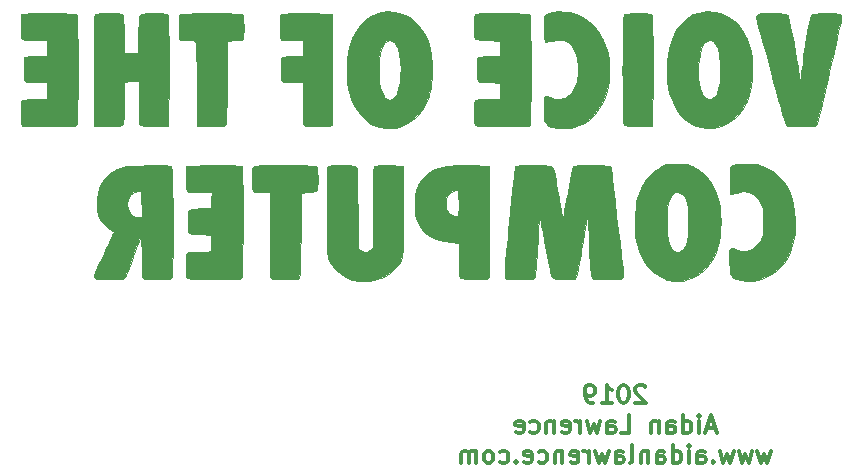
<source format=gbr>
G04 #@! TF.GenerationSoftware,KiCad,Pcbnew,(5.0.2)-1*
G04 #@! TF.CreationDate,2019-06-18T18:23:23-07:00*
G04 #@! TF.ProjectId,OPL3_VGM_Player,4f504c33-5f56-4474-9d5f-506c61796572,rev?*
G04 #@! TF.SameCoordinates,Original*
G04 #@! TF.FileFunction,Legend,Bot*
G04 #@! TF.FilePolarity,Positive*
%FSLAX46Y46*%
G04 Gerber Fmt 4.6, Leading zero omitted, Abs format (unit mm)*
G04 Created by KiCad (PCBNEW (5.0.2)-1) date 6/18/2019 6:23:23 PM*
%MOMM*%
%LPD*%
G01*
G04 APERTURE LIST*
%ADD10C,0.300000*%
%ADD11C,0.010000*%
G04 APERTURE END LIST*
D10*
X208946428Y-133296428D02*
X208875000Y-133225000D01*
X208732142Y-133153571D01*
X208375000Y-133153571D01*
X208232142Y-133225000D01*
X208160714Y-133296428D01*
X208089285Y-133439285D01*
X208089285Y-133582142D01*
X208160714Y-133796428D01*
X209017857Y-134653571D01*
X208089285Y-134653571D01*
X207160714Y-133153571D02*
X207017857Y-133153571D01*
X206875000Y-133225000D01*
X206803571Y-133296428D01*
X206732142Y-133439285D01*
X206660714Y-133725000D01*
X206660714Y-134082142D01*
X206732142Y-134367857D01*
X206803571Y-134510714D01*
X206875000Y-134582142D01*
X207017857Y-134653571D01*
X207160714Y-134653571D01*
X207303571Y-134582142D01*
X207375000Y-134510714D01*
X207446428Y-134367857D01*
X207517857Y-134082142D01*
X207517857Y-133725000D01*
X207446428Y-133439285D01*
X207375000Y-133296428D01*
X207303571Y-133225000D01*
X207160714Y-133153571D01*
X205232142Y-134653571D02*
X206089285Y-134653571D01*
X205660714Y-134653571D02*
X205660714Y-133153571D01*
X205803571Y-133367857D01*
X205946428Y-133510714D01*
X206089285Y-133582142D01*
X204517857Y-134653571D02*
X204232142Y-134653571D01*
X204089285Y-134582142D01*
X204017857Y-134510714D01*
X203875000Y-134296428D01*
X203803571Y-134010714D01*
X203803571Y-133439285D01*
X203875000Y-133296428D01*
X203946428Y-133225000D01*
X204089285Y-133153571D01*
X204375000Y-133153571D01*
X204517857Y-133225000D01*
X204589285Y-133296428D01*
X204660714Y-133439285D01*
X204660714Y-133796428D01*
X204589285Y-133939285D01*
X204517857Y-134010714D01*
X204375000Y-134082142D01*
X204089285Y-134082142D01*
X203946428Y-134010714D01*
X203875000Y-133939285D01*
X203803571Y-133796428D01*
X214839285Y-136775000D02*
X214125000Y-136775000D01*
X214982142Y-137203571D02*
X214482142Y-135703571D01*
X213982142Y-137203571D01*
X213482142Y-137203571D02*
X213482142Y-136203571D01*
X213482142Y-135703571D02*
X213553571Y-135775000D01*
X213482142Y-135846428D01*
X213410714Y-135775000D01*
X213482142Y-135703571D01*
X213482142Y-135846428D01*
X212125000Y-137203571D02*
X212125000Y-135703571D01*
X212125000Y-137132142D02*
X212267857Y-137203571D01*
X212553571Y-137203571D01*
X212696428Y-137132142D01*
X212767857Y-137060714D01*
X212839285Y-136917857D01*
X212839285Y-136489285D01*
X212767857Y-136346428D01*
X212696428Y-136275000D01*
X212553571Y-136203571D01*
X212267857Y-136203571D01*
X212125000Y-136275000D01*
X210767857Y-137203571D02*
X210767857Y-136417857D01*
X210839285Y-136275000D01*
X210982142Y-136203571D01*
X211267857Y-136203571D01*
X211410714Y-136275000D01*
X210767857Y-137132142D02*
X210910714Y-137203571D01*
X211267857Y-137203571D01*
X211410714Y-137132142D01*
X211482142Y-136989285D01*
X211482142Y-136846428D01*
X211410714Y-136703571D01*
X211267857Y-136632142D01*
X210910714Y-136632142D01*
X210767857Y-136560714D01*
X210053571Y-136203571D02*
X210053571Y-137203571D01*
X210053571Y-136346428D02*
X209982142Y-136275000D01*
X209839285Y-136203571D01*
X209625000Y-136203571D01*
X209482142Y-136275000D01*
X209410714Y-136417857D01*
X209410714Y-137203571D01*
X206839285Y-137203571D02*
X207553571Y-137203571D01*
X207553571Y-135703571D01*
X205696428Y-137203571D02*
X205696428Y-136417857D01*
X205767857Y-136275000D01*
X205910714Y-136203571D01*
X206196428Y-136203571D01*
X206339285Y-136275000D01*
X205696428Y-137132142D02*
X205839285Y-137203571D01*
X206196428Y-137203571D01*
X206339285Y-137132142D01*
X206410714Y-136989285D01*
X206410714Y-136846428D01*
X206339285Y-136703571D01*
X206196428Y-136632142D01*
X205839285Y-136632142D01*
X205696428Y-136560714D01*
X205125000Y-136203571D02*
X204839285Y-137203571D01*
X204553571Y-136489285D01*
X204267857Y-137203571D01*
X203982142Y-136203571D01*
X203410714Y-137203571D02*
X203410714Y-136203571D01*
X203410714Y-136489285D02*
X203339285Y-136346428D01*
X203267857Y-136275000D01*
X203125000Y-136203571D01*
X202982142Y-136203571D01*
X201910714Y-137132142D02*
X202053571Y-137203571D01*
X202339285Y-137203571D01*
X202482142Y-137132142D01*
X202553571Y-136989285D01*
X202553571Y-136417857D01*
X202482142Y-136275000D01*
X202339285Y-136203571D01*
X202053571Y-136203571D01*
X201910714Y-136275000D01*
X201839285Y-136417857D01*
X201839285Y-136560714D01*
X202553571Y-136703571D01*
X201196428Y-136203571D02*
X201196428Y-137203571D01*
X201196428Y-136346428D02*
X201125000Y-136275000D01*
X200982142Y-136203571D01*
X200767857Y-136203571D01*
X200625000Y-136275000D01*
X200553571Y-136417857D01*
X200553571Y-137203571D01*
X199196428Y-137132142D02*
X199339285Y-137203571D01*
X199625000Y-137203571D01*
X199767857Y-137132142D01*
X199839285Y-137060714D01*
X199910714Y-136917857D01*
X199910714Y-136489285D01*
X199839285Y-136346428D01*
X199767857Y-136275000D01*
X199625000Y-136203571D01*
X199339285Y-136203571D01*
X199196428Y-136275000D01*
X197982142Y-137132142D02*
X198125000Y-137203571D01*
X198410714Y-137203571D01*
X198553571Y-137132142D01*
X198625000Y-136989285D01*
X198625000Y-136417857D01*
X198553571Y-136275000D01*
X198410714Y-136203571D01*
X198125000Y-136203571D01*
X197982142Y-136275000D01*
X197910714Y-136417857D01*
X197910714Y-136560714D01*
X198625000Y-136703571D01*
X219553571Y-138753571D02*
X219267857Y-139753571D01*
X218982142Y-139039285D01*
X218696428Y-139753571D01*
X218410714Y-138753571D01*
X217982142Y-138753571D02*
X217696428Y-139753571D01*
X217410714Y-139039285D01*
X217125000Y-139753571D01*
X216839285Y-138753571D01*
X216410714Y-138753571D02*
X216125000Y-139753571D01*
X215839285Y-139039285D01*
X215553571Y-139753571D01*
X215267857Y-138753571D01*
X214696428Y-139610714D02*
X214625000Y-139682142D01*
X214696428Y-139753571D01*
X214767857Y-139682142D01*
X214696428Y-139610714D01*
X214696428Y-139753571D01*
X213339285Y-139753571D02*
X213339285Y-138967857D01*
X213410714Y-138825000D01*
X213553571Y-138753571D01*
X213839285Y-138753571D01*
X213982142Y-138825000D01*
X213339285Y-139682142D02*
X213482142Y-139753571D01*
X213839285Y-139753571D01*
X213982142Y-139682142D01*
X214053571Y-139539285D01*
X214053571Y-139396428D01*
X213982142Y-139253571D01*
X213839285Y-139182142D01*
X213482142Y-139182142D01*
X213339285Y-139110714D01*
X212625000Y-139753571D02*
X212625000Y-138753571D01*
X212625000Y-138253571D02*
X212696428Y-138325000D01*
X212625000Y-138396428D01*
X212553571Y-138325000D01*
X212625000Y-138253571D01*
X212625000Y-138396428D01*
X211267857Y-139753571D02*
X211267857Y-138253571D01*
X211267857Y-139682142D02*
X211410714Y-139753571D01*
X211696428Y-139753571D01*
X211839285Y-139682142D01*
X211910714Y-139610714D01*
X211982142Y-139467857D01*
X211982142Y-139039285D01*
X211910714Y-138896428D01*
X211839285Y-138825000D01*
X211696428Y-138753571D01*
X211410714Y-138753571D01*
X211267857Y-138825000D01*
X209910714Y-139753571D02*
X209910714Y-138967857D01*
X209982142Y-138825000D01*
X210125000Y-138753571D01*
X210410714Y-138753571D01*
X210553571Y-138825000D01*
X209910714Y-139682142D02*
X210053571Y-139753571D01*
X210410714Y-139753571D01*
X210553571Y-139682142D01*
X210625000Y-139539285D01*
X210625000Y-139396428D01*
X210553571Y-139253571D01*
X210410714Y-139182142D01*
X210053571Y-139182142D01*
X209910714Y-139110714D01*
X209196428Y-138753571D02*
X209196428Y-139753571D01*
X209196428Y-138896428D02*
X209125000Y-138825000D01*
X208982142Y-138753571D01*
X208767857Y-138753571D01*
X208625000Y-138825000D01*
X208553571Y-138967857D01*
X208553571Y-139753571D01*
X207625000Y-139753571D02*
X207767857Y-139682142D01*
X207839285Y-139539285D01*
X207839285Y-138253571D01*
X206410714Y-139753571D02*
X206410714Y-138967857D01*
X206482142Y-138825000D01*
X206625000Y-138753571D01*
X206910714Y-138753571D01*
X207053571Y-138825000D01*
X206410714Y-139682142D02*
X206553571Y-139753571D01*
X206910714Y-139753571D01*
X207053571Y-139682142D01*
X207125000Y-139539285D01*
X207125000Y-139396428D01*
X207053571Y-139253571D01*
X206910714Y-139182142D01*
X206553571Y-139182142D01*
X206410714Y-139110714D01*
X205839285Y-138753571D02*
X205553571Y-139753571D01*
X205267857Y-139039285D01*
X204982142Y-139753571D01*
X204696428Y-138753571D01*
X204125000Y-139753571D02*
X204125000Y-138753571D01*
X204125000Y-139039285D02*
X204053571Y-138896428D01*
X203982142Y-138825000D01*
X203839285Y-138753571D01*
X203696428Y-138753571D01*
X202625000Y-139682142D02*
X202767857Y-139753571D01*
X203053571Y-139753571D01*
X203196428Y-139682142D01*
X203267857Y-139539285D01*
X203267857Y-138967857D01*
X203196428Y-138825000D01*
X203053571Y-138753571D01*
X202767857Y-138753571D01*
X202625000Y-138825000D01*
X202553571Y-138967857D01*
X202553571Y-139110714D01*
X203267857Y-139253571D01*
X201910714Y-138753571D02*
X201910714Y-139753571D01*
X201910714Y-138896428D02*
X201839285Y-138825000D01*
X201696428Y-138753571D01*
X201482142Y-138753571D01*
X201339285Y-138825000D01*
X201267857Y-138967857D01*
X201267857Y-139753571D01*
X199910714Y-139682142D02*
X200053571Y-139753571D01*
X200339285Y-139753571D01*
X200482142Y-139682142D01*
X200553571Y-139610714D01*
X200625000Y-139467857D01*
X200625000Y-139039285D01*
X200553571Y-138896428D01*
X200482142Y-138825000D01*
X200339285Y-138753571D01*
X200053571Y-138753571D01*
X199910714Y-138825000D01*
X198696428Y-139682142D02*
X198839285Y-139753571D01*
X199125000Y-139753571D01*
X199267857Y-139682142D01*
X199339285Y-139539285D01*
X199339285Y-138967857D01*
X199267857Y-138825000D01*
X199125000Y-138753571D01*
X198839285Y-138753571D01*
X198696428Y-138825000D01*
X198625000Y-138967857D01*
X198625000Y-139110714D01*
X199339285Y-139253571D01*
X197982142Y-139610714D02*
X197910714Y-139682142D01*
X197982142Y-139753571D01*
X198053571Y-139682142D01*
X197982142Y-139610714D01*
X197982142Y-139753571D01*
X196625000Y-139682142D02*
X196767857Y-139753571D01*
X197053571Y-139753571D01*
X197196428Y-139682142D01*
X197267857Y-139610714D01*
X197339285Y-139467857D01*
X197339285Y-139039285D01*
X197267857Y-138896428D01*
X197196428Y-138825000D01*
X197053571Y-138753571D01*
X196767857Y-138753571D01*
X196625000Y-138825000D01*
X195767857Y-139753571D02*
X195910714Y-139682142D01*
X195982142Y-139610714D01*
X196053571Y-139467857D01*
X196053571Y-139039285D01*
X195982142Y-138896428D01*
X195910714Y-138825000D01*
X195767857Y-138753571D01*
X195553571Y-138753571D01*
X195410714Y-138825000D01*
X195339285Y-138896428D01*
X195267857Y-139039285D01*
X195267857Y-139467857D01*
X195339285Y-139610714D01*
X195410714Y-139682142D01*
X195553571Y-139753571D01*
X195767857Y-139753571D01*
X194625000Y-139753571D02*
X194625000Y-138753571D01*
X194625000Y-138896428D02*
X194553571Y-138825000D01*
X194410714Y-138753571D01*
X194196428Y-138753571D01*
X194053571Y-138825000D01*
X193982142Y-138967857D01*
X193982142Y-139753571D01*
X193982142Y-138967857D02*
X193910714Y-138825000D01*
X193767857Y-138753571D01*
X193553571Y-138753571D01*
X193410714Y-138825000D01*
X193339285Y-138967857D01*
X193339285Y-139753571D01*
D11*
G04 #@! TO.C,G\002A\002A\002A*
G36*
X157889871Y-101686602D02*
X157345563Y-101692052D01*
X156877288Y-101700476D01*
X156509267Y-101711337D01*
X156265720Y-101724095D01*
X156174591Y-101736058D01*
X156116275Y-101784152D01*
X156077278Y-101893994D01*
X156054054Y-102093535D01*
X156043054Y-102410726D01*
X156040666Y-102791412D01*
X156043128Y-103222507D01*
X156053584Y-103515015D01*
X156076642Y-103699653D01*
X156116910Y-103807133D01*
X156178996Y-103868169D01*
X156204434Y-103883021D01*
X156353305Y-103918786D01*
X156629003Y-103947509D01*
X156989058Y-103965806D01*
X157305100Y-103970666D01*
X158242000Y-103970666D01*
X158242000Y-105325333D01*
X157402258Y-105325333D01*
X157029574Y-105330317D01*
X156711950Y-105343719D01*
X156493435Y-105363213D01*
X156428591Y-105376725D01*
X156368751Y-105426436D01*
X156329317Y-105539965D01*
X156306443Y-105746014D01*
X156296280Y-106073282D01*
X156294666Y-106375791D01*
X156304614Y-106879315D01*
X156334165Y-107224583D01*
X156382882Y-107407073D01*
X156396266Y-107425066D01*
X156541646Y-107478654D01*
X156844976Y-107512812D01*
X157295870Y-107526455D01*
X157369933Y-107526666D01*
X158242000Y-107526666D01*
X158242000Y-108966000D01*
X157242933Y-108966000D01*
X156717704Y-108975491D01*
X156358360Y-109003902D01*
X156165960Y-109051133D01*
X156142266Y-109067600D01*
X156089736Y-109213377D01*
X156056048Y-109525811D01*
X156041357Y-110003260D01*
X156040666Y-110159208D01*
X156044178Y-110594348D01*
X156057125Y-110888389D01*
X156083126Y-111069463D01*
X156125798Y-111165704D01*
X156174591Y-111200608D01*
X156292981Y-111214558D01*
X156556480Y-111227069D01*
X156940870Y-111237603D01*
X157421927Y-111245621D01*
X157975433Y-111250584D01*
X158485991Y-111252000D01*
X159217981Y-111249443D01*
X159793032Y-111241408D01*
X160223467Y-111227344D01*
X160521609Y-111206703D01*
X160699781Y-111178935D01*
X160765066Y-111150400D01*
X160788403Y-111044191D01*
X160808958Y-110787713D01*
X160826733Y-110400007D01*
X160841726Y-109900114D01*
X160853939Y-109307074D01*
X160863372Y-108639928D01*
X160870023Y-107917719D01*
X160873893Y-107159486D01*
X160874983Y-106384271D01*
X160873292Y-105611115D01*
X160868820Y-104859059D01*
X160861567Y-104147144D01*
X160851534Y-103494410D01*
X160838720Y-102919900D01*
X160823124Y-102442654D01*
X160804749Y-102081713D01*
X160783592Y-101856118D01*
X160765067Y-101786266D01*
X160676244Y-101752231D01*
X160477576Y-101725774D01*
X160156741Y-101706347D01*
X159701414Y-101693399D01*
X159099273Y-101686381D01*
X158485991Y-101684666D01*
X157889871Y-101686602D01*
X157889871Y-101686602D01*
G37*
X157889871Y-101686602D02*
X157345563Y-101692052D01*
X156877288Y-101700476D01*
X156509267Y-101711337D01*
X156265720Y-101724095D01*
X156174591Y-101736058D01*
X156116275Y-101784152D01*
X156077278Y-101893994D01*
X156054054Y-102093535D01*
X156043054Y-102410726D01*
X156040666Y-102791412D01*
X156043128Y-103222507D01*
X156053584Y-103515015D01*
X156076642Y-103699653D01*
X156116910Y-103807133D01*
X156178996Y-103868169D01*
X156204434Y-103883021D01*
X156353305Y-103918786D01*
X156629003Y-103947509D01*
X156989058Y-103965806D01*
X157305100Y-103970666D01*
X158242000Y-103970666D01*
X158242000Y-105325333D01*
X157402258Y-105325333D01*
X157029574Y-105330317D01*
X156711950Y-105343719D01*
X156493435Y-105363213D01*
X156428591Y-105376725D01*
X156368751Y-105426436D01*
X156329317Y-105539965D01*
X156306443Y-105746014D01*
X156296280Y-106073282D01*
X156294666Y-106375791D01*
X156304614Y-106879315D01*
X156334165Y-107224583D01*
X156382882Y-107407073D01*
X156396266Y-107425066D01*
X156541646Y-107478654D01*
X156844976Y-107512812D01*
X157295870Y-107526455D01*
X157369933Y-107526666D01*
X158242000Y-107526666D01*
X158242000Y-108966000D01*
X157242933Y-108966000D01*
X156717704Y-108975491D01*
X156358360Y-109003902D01*
X156165960Y-109051133D01*
X156142266Y-109067600D01*
X156089736Y-109213377D01*
X156056048Y-109525811D01*
X156041357Y-110003260D01*
X156040666Y-110159208D01*
X156044178Y-110594348D01*
X156057125Y-110888389D01*
X156083126Y-111069463D01*
X156125798Y-111165704D01*
X156174591Y-111200608D01*
X156292981Y-111214558D01*
X156556480Y-111227069D01*
X156940870Y-111237603D01*
X157421927Y-111245621D01*
X157975433Y-111250584D01*
X158485991Y-111252000D01*
X159217981Y-111249443D01*
X159793032Y-111241408D01*
X160223467Y-111227344D01*
X160521609Y-111206703D01*
X160699781Y-111178935D01*
X160765066Y-111150400D01*
X160788403Y-111044191D01*
X160808958Y-110787713D01*
X160826733Y-110400007D01*
X160841726Y-109900114D01*
X160853939Y-109307074D01*
X160863372Y-108639928D01*
X160870023Y-107917719D01*
X160873893Y-107159486D01*
X160874983Y-106384271D01*
X160873292Y-105611115D01*
X160868820Y-104859059D01*
X160861567Y-104147144D01*
X160851534Y-103494410D01*
X160838720Y-102919900D01*
X160823124Y-102442654D01*
X160804749Y-102081713D01*
X160783592Y-101856118D01*
X160765067Y-101786266D01*
X160676244Y-101752231D01*
X160477576Y-101725774D01*
X160156741Y-101706347D01*
X159701414Y-101693399D01*
X159099273Y-101686381D01*
X158485991Y-101684666D01*
X157889871Y-101686602D01*
G36*
X166776050Y-101690598D02*
X166438499Y-101709721D01*
X166229671Y-101744023D01*
X166129445Y-101795495D01*
X166128334Y-101796804D01*
X166091407Y-101926462D01*
X166059932Y-102211210D01*
X166034894Y-102636867D01*
X166017281Y-103189250D01*
X166012134Y-103468971D01*
X165989000Y-105029000D01*
X164803666Y-105029000D01*
X164780568Y-103424136D01*
X164767931Y-102803834D01*
X164749580Y-102339607D01*
X164724513Y-102018260D01*
X164691726Y-101826599D01*
X164653568Y-101753265D01*
X164525998Y-101725507D01*
X164270308Y-101705528D01*
X163927533Y-101693300D01*
X163538705Y-101688793D01*
X163144859Y-101691978D01*
X162787029Y-101702826D01*
X162506247Y-101721310D01*
X162343549Y-101747398D01*
X162326442Y-101754907D01*
X162302683Y-101803238D01*
X162282882Y-101922922D01*
X162266840Y-102125138D01*
X162254358Y-102421066D01*
X162245237Y-102821887D01*
X162239279Y-103338780D01*
X162236285Y-103982926D01*
X162236055Y-104765503D01*
X162238392Y-105697694D01*
X162241776Y-106516111D01*
X162263666Y-111209666D01*
X163322000Y-111234137D01*
X163783101Y-111249325D01*
X164134234Y-111257636D01*
X164390473Y-111239339D01*
X164566892Y-111174702D01*
X164678567Y-111043993D01*
X164740573Y-110827480D01*
X164767985Y-110505433D01*
X164775877Y-110058118D01*
X164779325Y-109465805D01*
X164780852Y-109324633D01*
X164803666Y-107484333D01*
X165417500Y-107459457D01*
X166031333Y-107434581D01*
X166031333Y-109241690D01*
X166034708Y-109911471D01*
X166045264Y-110424249D01*
X166063651Y-110792226D01*
X166090520Y-111027606D01*
X166126519Y-111142594D01*
X166132933Y-111150400D01*
X166248895Y-111185734D01*
X166494007Y-111214750D01*
X166828844Y-111236701D01*
X167213978Y-111250840D01*
X167609982Y-111256418D01*
X167977431Y-111252688D01*
X168276897Y-111238903D01*
X168468954Y-111214316D01*
X168514889Y-111195555D01*
X168525431Y-111102671D01*
X168535332Y-110855954D01*
X168544409Y-110470904D01*
X168552475Y-109963019D01*
X168559347Y-109347799D01*
X168564839Y-108640743D01*
X168568765Y-107857352D01*
X168570943Y-107013124D01*
X168571333Y-106463280D01*
X168570950Y-105447632D01*
X168569553Y-104588312D01*
X168566776Y-103872315D01*
X168562249Y-103286636D01*
X168555604Y-102818272D01*
X168546473Y-102454217D01*
X168534487Y-102181467D01*
X168519278Y-101987018D01*
X168500477Y-101857866D01*
X168477715Y-101781005D01*
X168450626Y-101743431D01*
X168437408Y-101736058D01*
X168304070Y-101716175D01*
X168039512Y-101699872D01*
X167681838Y-101688814D01*
X167269152Y-101684667D01*
X167262442Y-101684666D01*
X166776050Y-101690598D01*
X166776050Y-101690598D01*
G37*
X166776050Y-101690598D02*
X166438499Y-101709721D01*
X166229671Y-101744023D01*
X166129445Y-101795495D01*
X166128334Y-101796804D01*
X166091407Y-101926462D01*
X166059932Y-102211210D01*
X166034894Y-102636867D01*
X166017281Y-103189250D01*
X166012134Y-103468971D01*
X165989000Y-105029000D01*
X164803666Y-105029000D01*
X164780568Y-103424136D01*
X164767931Y-102803834D01*
X164749580Y-102339607D01*
X164724513Y-102018260D01*
X164691726Y-101826599D01*
X164653568Y-101753265D01*
X164525998Y-101725507D01*
X164270308Y-101705528D01*
X163927533Y-101693300D01*
X163538705Y-101688793D01*
X163144859Y-101691978D01*
X162787029Y-101702826D01*
X162506247Y-101721310D01*
X162343549Y-101747398D01*
X162326442Y-101754907D01*
X162302683Y-101803238D01*
X162282882Y-101922922D01*
X162266840Y-102125138D01*
X162254358Y-102421066D01*
X162245237Y-102821887D01*
X162239279Y-103338780D01*
X162236285Y-103982926D01*
X162236055Y-104765503D01*
X162238392Y-105697694D01*
X162241776Y-106516111D01*
X162263666Y-111209666D01*
X163322000Y-111234137D01*
X163783101Y-111249325D01*
X164134234Y-111257636D01*
X164390473Y-111239339D01*
X164566892Y-111174702D01*
X164678567Y-111043993D01*
X164740573Y-110827480D01*
X164767985Y-110505433D01*
X164775877Y-110058118D01*
X164779325Y-109465805D01*
X164780852Y-109324633D01*
X164803666Y-107484333D01*
X165417500Y-107459457D01*
X166031333Y-107434581D01*
X166031333Y-109241690D01*
X166034708Y-109911471D01*
X166045264Y-110424249D01*
X166063651Y-110792226D01*
X166090520Y-111027606D01*
X166126519Y-111142594D01*
X166132933Y-111150400D01*
X166248895Y-111185734D01*
X166494007Y-111214750D01*
X166828844Y-111236701D01*
X167213978Y-111250840D01*
X167609982Y-111256418D01*
X167977431Y-111252688D01*
X168276897Y-111238903D01*
X168468954Y-111214316D01*
X168514889Y-111195555D01*
X168525431Y-111102671D01*
X168535332Y-110855954D01*
X168544409Y-110470904D01*
X168552475Y-109963019D01*
X168559347Y-109347799D01*
X168564839Y-108640743D01*
X168568765Y-107857352D01*
X168570943Y-107013124D01*
X168571333Y-106463280D01*
X168570950Y-105447632D01*
X168569553Y-104588312D01*
X168566776Y-103872315D01*
X168562249Y-103286636D01*
X168555604Y-102818272D01*
X168546473Y-102454217D01*
X168534487Y-102181467D01*
X168519278Y-101987018D01*
X168500477Y-101857866D01*
X168477715Y-101781005D01*
X168450626Y-101743431D01*
X168437408Y-101736058D01*
X168304070Y-101716175D01*
X168039512Y-101699872D01*
X167681838Y-101688814D01*
X167269152Y-101684667D01*
X167262442Y-101684666D01*
X166776050Y-101690598D01*
G36*
X171337896Y-101682577D02*
X170798353Y-101692346D01*
X170321557Y-101707167D01*
X169933285Y-101727040D01*
X169659318Y-101751963D01*
X169525432Y-101781938D01*
X169519600Y-101786266D01*
X169480558Y-101906393D01*
X169449550Y-102152653D01*
X169427632Y-102481990D01*
X169415857Y-102851349D01*
X169415280Y-103217673D01*
X169426954Y-103537907D01*
X169451935Y-103768994D01*
X169469392Y-103836741D01*
X169535431Y-103909650D01*
X169686461Y-103951448D01*
X169956300Y-103968923D01*
X170136358Y-103970666D01*
X170543115Y-103988497D01*
X170785100Y-104042070D01*
X170846016Y-104084030D01*
X170872912Y-104188074D01*
X170896194Y-104434079D01*
X170916014Y-104826788D01*
X170932525Y-105370944D01*
X170945880Y-106071293D01*
X170956229Y-106932578D01*
X170962216Y-107703530D01*
X170984333Y-111209666D01*
X172136216Y-111233142D01*
X172630254Y-111239181D01*
X172979336Y-111232697D01*
X173207495Y-111211913D01*
X173338767Y-111175053D01*
X173384099Y-111140945D01*
X173411076Y-111043514D01*
X173434330Y-110816470D01*
X173454075Y-110453181D01*
X173470529Y-109947016D01*
X173483908Y-109291342D01*
X173494428Y-108479528D01*
X173502216Y-107519136D01*
X173524333Y-104013000D01*
X174156862Y-103987746D01*
X174499870Y-103961012D01*
X174744938Y-103915564D01*
X174854066Y-103860746D01*
X174889735Y-103719332D01*
X174912082Y-103457781D01*
X174921821Y-103119218D01*
X174919664Y-102746773D01*
X174906326Y-102383570D01*
X174882520Y-102072738D01*
X174848960Y-101857404D01*
X174819733Y-101786266D01*
X174706234Y-101755625D01*
X174449255Y-101730036D01*
X174074575Y-101709498D01*
X173607972Y-101694011D01*
X173075225Y-101683575D01*
X172502110Y-101678191D01*
X171914408Y-101677858D01*
X171337896Y-101682577D01*
X171337896Y-101682577D01*
G37*
X171337896Y-101682577D02*
X170798353Y-101692346D01*
X170321557Y-101707167D01*
X169933285Y-101727040D01*
X169659318Y-101751963D01*
X169525432Y-101781938D01*
X169519600Y-101786266D01*
X169480558Y-101906393D01*
X169449550Y-102152653D01*
X169427632Y-102481990D01*
X169415857Y-102851349D01*
X169415280Y-103217673D01*
X169426954Y-103537907D01*
X169451935Y-103768994D01*
X169469392Y-103836741D01*
X169535431Y-103909650D01*
X169686461Y-103951448D01*
X169956300Y-103968923D01*
X170136358Y-103970666D01*
X170543115Y-103988497D01*
X170785100Y-104042070D01*
X170846016Y-104084030D01*
X170872912Y-104188074D01*
X170896194Y-104434079D01*
X170916014Y-104826788D01*
X170932525Y-105370944D01*
X170945880Y-106071293D01*
X170956229Y-106932578D01*
X170962216Y-107703530D01*
X170984333Y-111209666D01*
X172136216Y-111233142D01*
X172630254Y-111239181D01*
X172979336Y-111232697D01*
X173207495Y-111211913D01*
X173338767Y-111175053D01*
X173384099Y-111140945D01*
X173411076Y-111043514D01*
X173434330Y-110816470D01*
X173454075Y-110453181D01*
X173470529Y-109947016D01*
X173483908Y-109291342D01*
X173494428Y-108479528D01*
X173502216Y-107519136D01*
X173524333Y-104013000D01*
X174156862Y-103987746D01*
X174499870Y-103961012D01*
X174744938Y-103915564D01*
X174854066Y-103860746D01*
X174889735Y-103719332D01*
X174912082Y-103457781D01*
X174921821Y-103119218D01*
X174919664Y-102746773D01*
X174906326Y-102383570D01*
X174882520Y-102072738D01*
X174848960Y-101857404D01*
X174819733Y-101786266D01*
X174706234Y-101755625D01*
X174449255Y-101730036D01*
X174074575Y-101709498D01*
X173607972Y-101694011D01*
X173075225Y-101683575D01*
X172502110Y-101678191D01*
X171914408Y-101677858D01*
X171337896Y-101682577D01*
G36*
X178814159Y-101700863D02*
X178457724Y-101707693D01*
X178227958Y-101717872D01*
X178159833Y-101725923D01*
X178080497Y-101752689D01*
X178026937Y-101806371D01*
X177994098Y-101916017D01*
X177976923Y-102110674D01*
X177970355Y-102419389D01*
X177969333Y-102820221D01*
X177972530Y-103269048D01*
X177984345Y-103576026D01*
X178008118Y-103768557D01*
X178047188Y-103874045D01*
X178103258Y-103919274D01*
X178242061Y-103941288D01*
X178506133Y-103958589D01*
X178851426Y-103968853D01*
X179076925Y-103970666D01*
X179916666Y-103970666D01*
X179916666Y-105325333D01*
X179086933Y-105325333D01*
X178635193Y-105336490D01*
X178322244Y-105368933D01*
X178162218Y-105421122D01*
X178155600Y-105426933D01*
X178102234Y-105572452D01*
X178068184Y-105877989D01*
X178054295Y-106335238D01*
X178054000Y-106426000D01*
X178064432Y-106907829D01*
X178095167Y-107239335D01*
X178145358Y-107412214D01*
X178155600Y-107425066D01*
X178300665Y-107479015D01*
X178599967Y-107513363D01*
X179039377Y-107526567D01*
X179086933Y-107526666D01*
X179916666Y-107526666D01*
X179916666Y-109287733D01*
X179920178Y-109949542D01*
X179931155Y-110454282D01*
X179950257Y-110814081D01*
X179978147Y-111041067D01*
X180015487Y-111147368D01*
X180018266Y-111150400D01*
X180143077Y-111194703D01*
X180391818Y-111227254D01*
X180726552Y-111248120D01*
X181109345Y-111257368D01*
X181502262Y-111255065D01*
X181867369Y-111241278D01*
X182166729Y-111216073D01*
X182362409Y-111179518D01*
X182417818Y-111146166D01*
X182425017Y-111043810D01*
X182431022Y-110787874D01*
X182435771Y-110394110D01*
X182439204Y-109878268D01*
X182441260Y-109256098D01*
X182441877Y-108543351D01*
X182440993Y-107755777D01*
X182438549Y-106909127D01*
X182436327Y-106383666D01*
X182414333Y-101727000D01*
X180382333Y-101703144D01*
X179802576Y-101698321D01*
X179271147Y-101697650D01*
X178814159Y-101700863D01*
X178814159Y-101700863D01*
G37*
X178814159Y-101700863D02*
X178457724Y-101707693D01*
X178227958Y-101717872D01*
X178159833Y-101725923D01*
X178080497Y-101752689D01*
X178026937Y-101806371D01*
X177994098Y-101916017D01*
X177976923Y-102110674D01*
X177970355Y-102419389D01*
X177969333Y-102820221D01*
X177972530Y-103269048D01*
X177984345Y-103576026D01*
X178008118Y-103768557D01*
X178047188Y-103874045D01*
X178103258Y-103919274D01*
X178242061Y-103941288D01*
X178506133Y-103958589D01*
X178851426Y-103968853D01*
X179076925Y-103970666D01*
X179916666Y-103970666D01*
X179916666Y-105325333D01*
X179086933Y-105325333D01*
X178635193Y-105336490D01*
X178322244Y-105368933D01*
X178162218Y-105421122D01*
X178155600Y-105426933D01*
X178102234Y-105572452D01*
X178068184Y-105877989D01*
X178054295Y-106335238D01*
X178054000Y-106426000D01*
X178064432Y-106907829D01*
X178095167Y-107239335D01*
X178145358Y-107412214D01*
X178155600Y-107425066D01*
X178300665Y-107479015D01*
X178599967Y-107513363D01*
X179039377Y-107526567D01*
X179086933Y-107526666D01*
X179916666Y-107526666D01*
X179916666Y-109287733D01*
X179920178Y-109949542D01*
X179931155Y-110454282D01*
X179950257Y-110814081D01*
X179978147Y-111041067D01*
X180015487Y-111147368D01*
X180018266Y-111150400D01*
X180143077Y-111194703D01*
X180391818Y-111227254D01*
X180726552Y-111248120D01*
X181109345Y-111257368D01*
X181502262Y-111255065D01*
X181867369Y-111241278D01*
X182166729Y-111216073D01*
X182362409Y-111179518D01*
X182417818Y-111146166D01*
X182425017Y-111043810D01*
X182431022Y-110787874D01*
X182435771Y-110394110D01*
X182439204Y-109878268D01*
X182441260Y-109256098D01*
X182441877Y-108543351D01*
X182440993Y-107755777D01*
X182438549Y-106909127D01*
X182436327Y-106383666D01*
X182414333Y-101727000D01*
X180382333Y-101703144D01*
X179802576Y-101698321D01*
X179271147Y-101697650D01*
X178814159Y-101700863D01*
G36*
X196121640Y-101685249D02*
X195599095Y-101687935D01*
X195206276Y-101694125D01*
X194923377Y-101705224D01*
X194730596Y-101722634D01*
X194608128Y-101747759D01*
X194536171Y-101782001D01*
X194494920Y-101826764D01*
X194482312Y-101848433D01*
X194442183Y-102009870D01*
X194414849Y-102288973D01*
X194400431Y-102638507D01*
X194399049Y-103011237D01*
X194410827Y-103359930D01*
X194435885Y-103637350D01*
X194474344Y-103796262D01*
X194477291Y-103801333D01*
X194554766Y-103859753D01*
X194719122Y-103903579D01*
X194994822Y-103936507D01*
X195406330Y-103962235D01*
X195597828Y-103970666D01*
X196638333Y-104013000D01*
X196638333Y-105283000D01*
X195754223Y-105307308D01*
X195375481Y-105325860D01*
X195054808Y-105356642D01*
X194833384Y-105394845D01*
X194759390Y-105423508D01*
X194703813Y-105534783D01*
X194668356Y-105770194D01*
X194651098Y-106147135D01*
X194648666Y-106425999D01*
X194656588Y-106889641D01*
X194681635Y-107202029D01*
X194725727Y-107380556D01*
X194759390Y-107428491D01*
X194886542Y-107469029D01*
X195141849Y-107505523D01*
X195484133Y-107533164D01*
X195754223Y-107544691D01*
X196638333Y-107569000D01*
X196638333Y-108923666D01*
X195622333Y-108946560D01*
X195173535Y-108960648D01*
X194864798Y-108981950D01*
X194666873Y-109014748D01*
X194550513Y-109063329D01*
X194500500Y-109110909D01*
X194451853Y-109262013D01*
X194417754Y-109534945D01*
X194398636Y-109882787D01*
X194394930Y-110258623D01*
X194407067Y-110615537D01*
X194435479Y-110906613D01*
X194480598Y-111084932D01*
X194482312Y-111088232D01*
X194516566Y-111137715D01*
X194573105Y-111176000D01*
X194671757Y-111204436D01*
X194832350Y-111224374D01*
X195074710Y-111237163D01*
X195418666Y-111244154D01*
X195884044Y-111246696D01*
X196490672Y-111246140D01*
X196789479Y-111245315D01*
X197389508Y-111241946D01*
X197936098Y-111235898D01*
X198405679Y-111227674D01*
X198774684Y-111217772D01*
X199019544Y-111206695D01*
X199114833Y-111195926D01*
X199138600Y-111104253D01*
X199159642Y-110861993D01*
X199177952Y-110487873D01*
X199193520Y-110000618D01*
X199206339Y-109418953D01*
X199216400Y-108761604D01*
X199223694Y-108047297D01*
X199228213Y-107294756D01*
X199229949Y-106522708D01*
X199228893Y-105749877D01*
X199225037Y-104994990D01*
X199218373Y-104276772D01*
X199208891Y-103613948D01*
X199196584Y-103025244D01*
X199181443Y-102529385D01*
X199163460Y-102145097D01*
X199142626Y-101891105D01*
X199119067Y-101786266D01*
X199031108Y-101752592D01*
X198834154Y-101726333D01*
X198515902Y-101706950D01*
X198064052Y-101693907D01*
X197466304Y-101686666D01*
X196793712Y-101684666D01*
X196121640Y-101685249D01*
X196121640Y-101685249D01*
G37*
X196121640Y-101685249D02*
X195599095Y-101687935D01*
X195206276Y-101694125D01*
X194923377Y-101705224D01*
X194730596Y-101722634D01*
X194608128Y-101747759D01*
X194536171Y-101782001D01*
X194494920Y-101826764D01*
X194482312Y-101848433D01*
X194442183Y-102009870D01*
X194414849Y-102288973D01*
X194400431Y-102638507D01*
X194399049Y-103011237D01*
X194410827Y-103359930D01*
X194435885Y-103637350D01*
X194474344Y-103796262D01*
X194477291Y-103801333D01*
X194554766Y-103859753D01*
X194719122Y-103903579D01*
X194994822Y-103936507D01*
X195406330Y-103962235D01*
X195597828Y-103970666D01*
X196638333Y-104013000D01*
X196638333Y-105283000D01*
X195754223Y-105307308D01*
X195375481Y-105325860D01*
X195054808Y-105356642D01*
X194833384Y-105394845D01*
X194759390Y-105423508D01*
X194703813Y-105534783D01*
X194668356Y-105770194D01*
X194651098Y-106147135D01*
X194648666Y-106425999D01*
X194656588Y-106889641D01*
X194681635Y-107202029D01*
X194725727Y-107380556D01*
X194759390Y-107428491D01*
X194886542Y-107469029D01*
X195141849Y-107505523D01*
X195484133Y-107533164D01*
X195754223Y-107544691D01*
X196638333Y-107569000D01*
X196638333Y-108923666D01*
X195622333Y-108946560D01*
X195173535Y-108960648D01*
X194864798Y-108981950D01*
X194666873Y-109014748D01*
X194550513Y-109063329D01*
X194500500Y-109110909D01*
X194451853Y-109262013D01*
X194417754Y-109534945D01*
X194398636Y-109882787D01*
X194394930Y-110258623D01*
X194407067Y-110615537D01*
X194435479Y-110906613D01*
X194480598Y-111084932D01*
X194482312Y-111088232D01*
X194516566Y-111137715D01*
X194573105Y-111176000D01*
X194671757Y-111204436D01*
X194832350Y-111224374D01*
X195074710Y-111237163D01*
X195418666Y-111244154D01*
X195884044Y-111246696D01*
X196490672Y-111246140D01*
X196789479Y-111245315D01*
X197389508Y-111241946D01*
X197936098Y-111235898D01*
X198405679Y-111227674D01*
X198774684Y-111217772D01*
X199019544Y-111206695D01*
X199114833Y-111195926D01*
X199138600Y-111104253D01*
X199159642Y-110861993D01*
X199177952Y-110487873D01*
X199193520Y-110000618D01*
X199206339Y-109418953D01*
X199216400Y-108761604D01*
X199223694Y-108047297D01*
X199228213Y-107294756D01*
X199229949Y-106522708D01*
X199228893Y-105749877D01*
X199225037Y-104994990D01*
X199218373Y-104276772D01*
X199208891Y-103613948D01*
X199196584Y-103025244D01*
X199181443Y-102529385D01*
X199163460Y-102145097D01*
X199142626Y-101891105D01*
X199119067Y-101786266D01*
X199031108Y-101752592D01*
X198834154Y-101726333D01*
X198515902Y-101706950D01*
X198064052Y-101693907D01*
X197466304Y-101686666D01*
X196793712Y-101684666D01*
X196121640Y-101685249D01*
G36*
X208219442Y-101683747D02*
X207833953Y-101696673D01*
X207494441Y-101718245D01*
X207241163Y-101747588D01*
X207114374Y-101783824D01*
X207111600Y-101786266D01*
X207088264Y-101892475D01*
X207067708Y-102148952D01*
X207049934Y-102536659D01*
X207034940Y-103036552D01*
X207022727Y-103629592D01*
X207013295Y-104296737D01*
X207006643Y-105018947D01*
X207002773Y-105777180D01*
X207001683Y-106552395D01*
X207003374Y-107325551D01*
X207007846Y-108077607D01*
X207015099Y-108789522D01*
X207025132Y-109442255D01*
X207037947Y-110016766D01*
X207053542Y-110494012D01*
X207071918Y-110854953D01*
X207093075Y-111080548D01*
X207111600Y-111150400D01*
X207227562Y-111185734D01*
X207472674Y-111214750D01*
X207807510Y-111236701D01*
X208192644Y-111250840D01*
X208588649Y-111256418D01*
X208956097Y-111252688D01*
X209255564Y-111238903D01*
X209447620Y-111214316D01*
X209493555Y-111195555D01*
X209504097Y-111102671D01*
X209513999Y-110855954D01*
X209523076Y-110470904D01*
X209531142Y-109963019D01*
X209538014Y-109347799D01*
X209543505Y-108640743D01*
X209547432Y-107857352D01*
X209549610Y-107013124D01*
X209550000Y-106463280D01*
X209549616Y-105447632D01*
X209548220Y-104588312D01*
X209545443Y-103872315D01*
X209540916Y-103286636D01*
X209534271Y-102818272D01*
X209525140Y-102454217D01*
X209513154Y-102181467D01*
X209497944Y-101987018D01*
X209479143Y-101857866D01*
X209456382Y-101781005D01*
X209429293Y-101743431D01*
X209416075Y-101736058D01*
X209249226Y-101705624D01*
X208967334Y-101687346D01*
X208610655Y-101680346D01*
X208219442Y-101683747D01*
X208219442Y-101683747D01*
G37*
X208219442Y-101683747D02*
X207833953Y-101696673D01*
X207494441Y-101718245D01*
X207241163Y-101747588D01*
X207114374Y-101783824D01*
X207111600Y-101786266D01*
X207088264Y-101892475D01*
X207067708Y-102148952D01*
X207049934Y-102536659D01*
X207034940Y-103036552D01*
X207022727Y-103629592D01*
X207013295Y-104296737D01*
X207006643Y-105018947D01*
X207002773Y-105777180D01*
X207001683Y-106552395D01*
X207003374Y-107325551D01*
X207007846Y-108077607D01*
X207015099Y-108789522D01*
X207025132Y-109442255D01*
X207037947Y-110016766D01*
X207053542Y-110494012D01*
X207071918Y-110854953D01*
X207093075Y-111080548D01*
X207111600Y-111150400D01*
X207227562Y-111185734D01*
X207472674Y-111214750D01*
X207807510Y-111236701D01*
X208192644Y-111250840D01*
X208588649Y-111256418D01*
X208956097Y-111252688D01*
X209255564Y-111238903D01*
X209447620Y-111214316D01*
X209493555Y-111195555D01*
X209504097Y-111102671D01*
X209513999Y-110855954D01*
X209523076Y-110470904D01*
X209531142Y-109963019D01*
X209538014Y-109347799D01*
X209543505Y-108640743D01*
X209547432Y-107857352D01*
X209549610Y-107013124D01*
X209550000Y-106463280D01*
X209549616Y-105447632D01*
X209548220Y-104588312D01*
X209545443Y-103872315D01*
X209540916Y-103286636D01*
X209534271Y-102818272D01*
X209525140Y-102454217D01*
X209513154Y-102181467D01*
X209497944Y-101987018D01*
X209479143Y-101857866D01*
X209456382Y-101781005D01*
X209429293Y-101743431D01*
X209416075Y-101736058D01*
X209249226Y-101705624D01*
X208967334Y-101687346D01*
X208610655Y-101680346D01*
X208219442Y-101683747D01*
G36*
X219140687Y-101687719D02*
X218767862Y-101703679D01*
X218521715Y-101742749D01*
X218380929Y-101815131D01*
X218324187Y-101931027D01*
X218330172Y-102100639D01*
X218370431Y-102302573D01*
X218408708Y-102459521D01*
X218478647Y-102729635D01*
X218582103Y-103119791D01*
X218720931Y-103636866D01*
X218896987Y-104287735D01*
X219112128Y-105079275D01*
X219368208Y-106018363D01*
X219667084Y-107111874D01*
X219757414Y-107442000D01*
X219843784Y-107753273D01*
X219924910Y-108038667D01*
X219960939Y-108161666D01*
X220009084Y-108329575D01*
X220091973Y-108626098D01*
X220199961Y-109016436D01*
X220323404Y-109465792D01*
X220395076Y-109728000D01*
X220521779Y-110180830D01*
X220639302Y-110579661D01*
X220738226Y-110894095D01*
X220809130Y-111093736D01*
X220834599Y-111146166D01*
X220929955Y-111192460D01*
X221143660Y-111224630D01*
X221491374Y-111243956D01*
X221988754Y-111251716D01*
X222130388Y-111252000D01*
X222609330Y-111250373D01*
X222946635Y-111243120D01*
X223169989Y-111226682D01*
X223307075Y-111197501D01*
X223385578Y-111152016D01*
X223433184Y-111086670D01*
X223434427Y-111084359D01*
X223476850Y-110959427D01*
X223550649Y-110692821D01*
X223649892Y-110308041D01*
X223768650Y-109828586D01*
X223900993Y-109277956D01*
X224038016Y-108692526D01*
X224227449Y-107872498D01*
X224382903Y-107199163D01*
X224508550Y-106654237D01*
X224608560Y-106219433D01*
X224687104Y-105876464D01*
X224748352Y-105607046D01*
X224796476Y-105392890D01*
X224835644Y-105215712D01*
X224870029Y-105057226D01*
X224903801Y-104899144D01*
X224912187Y-104859666D01*
X224973516Y-104580254D01*
X225062553Y-104186746D01*
X225167731Y-103729761D01*
X225277484Y-103259918D01*
X225286010Y-103223738D01*
X225405696Y-102708215D01*
X225486190Y-102332936D01*
X225529619Y-102073929D01*
X225538111Y-101907225D01*
X225513794Y-101808852D01*
X225458796Y-101754841D01*
X225418075Y-101736058D01*
X225285783Y-101716586D01*
X225021193Y-101700499D01*
X224661329Y-101689356D01*
X224243218Y-101684713D01*
X224196456Y-101684666D01*
X223704320Y-101689881D01*
X223358075Y-101707034D01*
X223134559Y-101738386D01*
X223010606Y-101786200D01*
X222991082Y-101802346D01*
X222929657Y-101930699D01*
X222854722Y-102186777D01*
X222776724Y-102530675D01*
X222719590Y-102839513D01*
X222641223Y-103308416D01*
X222558591Y-103803547D01*
X222484456Y-104248403D01*
X222453189Y-104436333D01*
X222391089Y-104840877D01*
X222323816Y-105328017D01*
X222263050Y-105811855D01*
X222245949Y-105960333D01*
X222198315Y-106357854D01*
X222148756Y-106724502D01*
X222104847Y-107006066D01*
X222086222Y-107103333D01*
X222021147Y-107399666D01*
X221970885Y-107103333D01*
X221936955Y-106893954D01*
X221886036Y-106568588D01*
X221826131Y-106178726D01*
X221786602Y-105918000D01*
X221709314Y-105432590D01*
X221616639Y-104893925D01*
X221513799Y-104328084D01*
X221406016Y-103761142D01*
X221298515Y-103219178D01*
X221196517Y-102728270D01*
X221105245Y-102314493D01*
X221029922Y-102003927D01*
X220975771Y-101822648D01*
X220959947Y-101790500D01*
X220861805Y-101744048D01*
X220644153Y-101711801D01*
X220291571Y-101692502D01*
X219788643Y-101684896D01*
X219661507Y-101684666D01*
X219140687Y-101687719D01*
X219140687Y-101687719D01*
G37*
X219140687Y-101687719D02*
X218767862Y-101703679D01*
X218521715Y-101742749D01*
X218380929Y-101815131D01*
X218324187Y-101931027D01*
X218330172Y-102100639D01*
X218370431Y-102302573D01*
X218408708Y-102459521D01*
X218478647Y-102729635D01*
X218582103Y-103119791D01*
X218720931Y-103636866D01*
X218896987Y-104287735D01*
X219112128Y-105079275D01*
X219368208Y-106018363D01*
X219667084Y-107111874D01*
X219757414Y-107442000D01*
X219843784Y-107753273D01*
X219924910Y-108038667D01*
X219960939Y-108161666D01*
X220009084Y-108329575D01*
X220091973Y-108626098D01*
X220199961Y-109016436D01*
X220323404Y-109465792D01*
X220395076Y-109728000D01*
X220521779Y-110180830D01*
X220639302Y-110579661D01*
X220738226Y-110894095D01*
X220809130Y-111093736D01*
X220834599Y-111146166D01*
X220929955Y-111192460D01*
X221143660Y-111224630D01*
X221491374Y-111243956D01*
X221988754Y-111251716D01*
X222130388Y-111252000D01*
X222609330Y-111250373D01*
X222946635Y-111243120D01*
X223169989Y-111226682D01*
X223307075Y-111197501D01*
X223385578Y-111152016D01*
X223433184Y-111086670D01*
X223434427Y-111084359D01*
X223476850Y-110959427D01*
X223550649Y-110692821D01*
X223649892Y-110308041D01*
X223768650Y-109828586D01*
X223900993Y-109277956D01*
X224038016Y-108692526D01*
X224227449Y-107872498D01*
X224382903Y-107199163D01*
X224508550Y-106654237D01*
X224608560Y-106219433D01*
X224687104Y-105876464D01*
X224748352Y-105607046D01*
X224796476Y-105392890D01*
X224835644Y-105215712D01*
X224870029Y-105057226D01*
X224903801Y-104899144D01*
X224912187Y-104859666D01*
X224973516Y-104580254D01*
X225062553Y-104186746D01*
X225167731Y-103729761D01*
X225277484Y-103259918D01*
X225286010Y-103223738D01*
X225405696Y-102708215D01*
X225486190Y-102332936D01*
X225529619Y-102073929D01*
X225538111Y-101907225D01*
X225513794Y-101808852D01*
X225458796Y-101754841D01*
X225418075Y-101736058D01*
X225285783Y-101716586D01*
X225021193Y-101700499D01*
X224661329Y-101689356D01*
X224243218Y-101684713D01*
X224196456Y-101684666D01*
X223704320Y-101689881D01*
X223358075Y-101707034D01*
X223134559Y-101738386D01*
X223010606Y-101786200D01*
X222991082Y-101802346D01*
X222929657Y-101930699D01*
X222854722Y-102186777D01*
X222776724Y-102530675D01*
X222719590Y-102839513D01*
X222641223Y-103308416D01*
X222558591Y-103803547D01*
X222484456Y-104248403D01*
X222453189Y-104436333D01*
X222391089Y-104840877D01*
X222323816Y-105328017D01*
X222263050Y-105811855D01*
X222245949Y-105960333D01*
X222198315Y-106357854D01*
X222148756Y-106724502D01*
X222104847Y-107006066D01*
X222086222Y-107103333D01*
X222021147Y-107399666D01*
X221970885Y-107103333D01*
X221936955Y-106893954D01*
X221886036Y-106568588D01*
X221826131Y-106178726D01*
X221786602Y-105918000D01*
X221709314Y-105432590D01*
X221616639Y-104893925D01*
X221513799Y-104328084D01*
X221406016Y-103761142D01*
X221298515Y-103219178D01*
X221196517Y-102728270D01*
X221105245Y-102314493D01*
X221029922Y-102003927D01*
X220975771Y-101822648D01*
X220959947Y-101790500D01*
X220861805Y-101744048D01*
X220644153Y-101711801D01*
X220291571Y-101692502D01*
X219788643Y-101684896D01*
X219661507Y-101684666D01*
X219140687Y-101687719D01*
G36*
X186338157Y-101657812D02*
X185666566Y-101940547D01*
X185461280Y-102062686D01*
X184942733Y-102491704D01*
X184494887Y-103064795D01*
X184126312Y-103768512D01*
X183845573Y-104589406D01*
X183841247Y-104605666D01*
X183755894Y-105060241D01*
X183700954Y-105630786D01*
X183676422Y-106267002D01*
X183682296Y-106918584D01*
X183718570Y-107535232D01*
X183785241Y-108066644D01*
X183841557Y-108330190D01*
X184129428Y-109163102D01*
X184517020Y-109884121D01*
X184995428Y-110481059D01*
X185555745Y-110941728D01*
X185885666Y-111127813D01*
X186426157Y-111315282D01*
X187034959Y-111406355D01*
X187648580Y-111397470D01*
X188203529Y-111285064D01*
X188270824Y-111261641D01*
X188957944Y-110920944D01*
X189556733Y-110447490D01*
X190043624Y-109862920D01*
X190309837Y-109389333D01*
X190469575Y-109039759D01*
X190577037Y-108780151D01*
X190651791Y-108548477D01*
X190713403Y-108282702D01*
X190781439Y-107920795D01*
X190792624Y-107858735D01*
X190901979Y-106937628D01*
X190904935Y-106395771D01*
X188207305Y-106395771D01*
X188190811Y-107028962D01*
X188132330Y-107620481D01*
X188033174Y-108132307D01*
X187894652Y-108526419D01*
X187854747Y-108600876D01*
X187624677Y-108870868D01*
X187358078Y-108995232D01*
X187085654Y-108970469D01*
X186838107Y-108793084D01*
X186782662Y-108723017D01*
X186600984Y-108391860D01*
X186471931Y-107972194D01*
X186391229Y-107441595D01*
X186354603Y-106777640D01*
X186351333Y-106460509D01*
X186378664Y-105654973D01*
X186461025Y-105008235D01*
X186598967Y-104518759D01*
X186793040Y-104185014D01*
X187043796Y-104005465D01*
X187245929Y-103970666D01*
X187504871Y-104044897D01*
X187754484Y-104236931D01*
X187942464Y-104500786D01*
X187991762Y-104626376D01*
X188109092Y-105156457D01*
X188180502Y-105758929D01*
X188207305Y-106395771D01*
X190904935Y-106395771D01*
X190907044Y-106009424D01*
X190811495Y-105114335D01*
X190619006Y-104292573D01*
X190417985Y-103759000D01*
X190023970Y-103063488D01*
X189537909Y-102489796D01*
X188977266Y-102043900D01*
X188359506Y-101731777D01*
X187702091Y-101559403D01*
X187022487Y-101532756D01*
X186338157Y-101657812D01*
X186338157Y-101657812D01*
G37*
X186338157Y-101657812D02*
X185666566Y-101940547D01*
X185461280Y-102062686D01*
X184942733Y-102491704D01*
X184494887Y-103064795D01*
X184126312Y-103768512D01*
X183845573Y-104589406D01*
X183841247Y-104605666D01*
X183755894Y-105060241D01*
X183700954Y-105630786D01*
X183676422Y-106267002D01*
X183682296Y-106918584D01*
X183718570Y-107535232D01*
X183785241Y-108066644D01*
X183841557Y-108330190D01*
X184129428Y-109163102D01*
X184517020Y-109884121D01*
X184995428Y-110481059D01*
X185555745Y-110941728D01*
X185885666Y-111127813D01*
X186426157Y-111315282D01*
X187034959Y-111406355D01*
X187648580Y-111397470D01*
X188203529Y-111285064D01*
X188270824Y-111261641D01*
X188957944Y-110920944D01*
X189556733Y-110447490D01*
X190043624Y-109862920D01*
X190309837Y-109389333D01*
X190469575Y-109039759D01*
X190577037Y-108780151D01*
X190651791Y-108548477D01*
X190713403Y-108282702D01*
X190781439Y-107920795D01*
X190792624Y-107858735D01*
X190901979Y-106937628D01*
X190904935Y-106395771D01*
X188207305Y-106395771D01*
X188190811Y-107028962D01*
X188132330Y-107620481D01*
X188033174Y-108132307D01*
X187894652Y-108526419D01*
X187854747Y-108600876D01*
X187624677Y-108870868D01*
X187358078Y-108995232D01*
X187085654Y-108970469D01*
X186838107Y-108793084D01*
X186782662Y-108723017D01*
X186600984Y-108391860D01*
X186471931Y-107972194D01*
X186391229Y-107441595D01*
X186354603Y-106777640D01*
X186351333Y-106460509D01*
X186378664Y-105654973D01*
X186461025Y-105008235D01*
X186598967Y-104518759D01*
X186793040Y-104185014D01*
X187043796Y-104005465D01*
X187245929Y-103970666D01*
X187504871Y-104044897D01*
X187754484Y-104236931D01*
X187942464Y-104500786D01*
X187991762Y-104626376D01*
X188109092Y-105156457D01*
X188180502Y-105758929D01*
X188207305Y-106395771D01*
X190904935Y-106395771D01*
X190907044Y-106009424D01*
X190811495Y-105114335D01*
X190619006Y-104292573D01*
X190417985Y-103759000D01*
X190023970Y-103063488D01*
X189537909Y-102489796D01*
X188977266Y-102043900D01*
X188359506Y-101731777D01*
X187702091Y-101559403D01*
X187022487Y-101532756D01*
X186338157Y-101657812D01*
G36*
X201120886Y-101554942D02*
X200750678Y-101635990D01*
X200492778Y-101760391D01*
X200424088Y-101828179D01*
X200372590Y-101952290D01*
X200342046Y-102172116D01*
X200330686Y-102511725D01*
X200336743Y-102995190D01*
X200337154Y-103011353D01*
X200352491Y-103414224D01*
X200374789Y-103754508D01*
X200401087Y-103996920D01*
X200428424Y-104106172D01*
X200429089Y-104106887D01*
X200538935Y-104116981D01*
X200750854Y-104072971D01*
X200920385Y-104018926D01*
X201433493Y-103913138D01*
X201922468Y-103962359D01*
X202360788Y-104159449D01*
X202721931Y-104497269D01*
X202728295Y-104505558D01*
X202929303Y-104815618D01*
X203067753Y-105154029D01*
X203152704Y-105558632D01*
X203193212Y-106067271D01*
X203200000Y-106476564D01*
X203195192Y-106923836D01*
X203176363Y-107248381D01*
X203136907Y-107496644D01*
X203070217Y-107715068D01*
X202999767Y-107884085D01*
X202761573Y-108312447D01*
X202473537Y-108613336D01*
X202095420Y-108828340D01*
X202079730Y-108834959D01*
X201686854Y-108948175D01*
X201308525Y-108935016D01*
X200883807Y-108793312D01*
X200881453Y-108792273D01*
X200640724Y-108701976D01*
X200459704Y-108663235D01*
X200405024Y-108670269D01*
X200373148Y-108770604D01*
X200350307Y-109000029D01*
X200336693Y-109318529D01*
X200332499Y-109686093D01*
X200337919Y-110062706D01*
X200353143Y-110408356D01*
X200378366Y-110683030D01*
X200394861Y-110781593D01*
X200500810Y-111018369D01*
X200713441Y-111191766D01*
X201049279Y-111308828D01*
X201524855Y-111376598D01*
X201833664Y-111394727D01*
X202279131Y-111402736D01*
X202610760Y-111383051D01*
X202882592Y-111330139D01*
X203073000Y-111267847D01*
X203540938Y-111076246D01*
X203905718Y-110879070D01*
X204230053Y-110636667D01*
X204556138Y-110330077D01*
X205036393Y-109735383D01*
X205431990Y-109008342D01*
X205709687Y-108246333D01*
X205788012Y-107857529D01*
X205839604Y-107350729D01*
X205864489Y-106774361D01*
X205862694Y-106176853D01*
X205834245Y-105606632D01*
X205779169Y-105112128D01*
X205707797Y-104775000D01*
X205378564Y-103907545D01*
X204943984Y-103167411D01*
X204407813Y-102558350D01*
X203773809Y-102084116D01*
X203045727Y-101748463D01*
X202539666Y-101609685D01*
X202051951Y-101538012D01*
X201566834Y-101521024D01*
X201120886Y-101554942D01*
X201120886Y-101554942D01*
G37*
X201120886Y-101554942D02*
X200750678Y-101635990D01*
X200492778Y-101760391D01*
X200424088Y-101828179D01*
X200372590Y-101952290D01*
X200342046Y-102172116D01*
X200330686Y-102511725D01*
X200336743Y-102995190D01*
X200337154Y-103011353D01*
X200352491Y-103414224D01*
X200374789Y-103754508D01*
X200401087Y-103996920D01*
X200428424Y-104106172D01*
X200429089Y-104106887D01*
X200538935Y-104116981D01*
X200750854Y-104072971D01*
X200920385Y-104018926D01*
X201433493Y-103913138D01*
X201922468Y-103962359D01*
X202360788Y-104159449D01*
X202721931Y-104497269D01*
X202728295Y-104505558D01*
X202929303Y-104815618D01*
X203067753Y-105154029D01*
X203152704Y-105558632D01*
X203193212Y-106067271D01*
X203200000Y-106476564D01*
X203195192Y-106923836D01*
X203176363Y-107248381D01*
X203136907Y-107496644D01*
X203070217Y-107715068D01*
X202999767Y-107884085D01*
X202761573Y-108312447D01*
X202473537Y-108613336D01*
X202095420Y-108828340D01*
X202079730Y-108834959D01*
X201686854Y-108948175D01*
X201308525Y-108935016D01*
X200883807Y-108793312D01*
X200881453Y-108792273D01*
X200640724Y-108701976D01*
X200459704Y-108663235D01*
X200405024Y-108670269D01*
X200373148Y-108770604D01*
X200350307Y-109000029D01*
X200336693Y-109318529D01*
X200332499Y-109686093D01*
X200337919Y-110062706D01*
X200353143Y-110408356D01*
X200378366Y-110683030D01*
X200394861Y-110781593D01*
X200500810Y-111018369D01*
X200713441Y-111191766D01*
X201049279Y-111308828D01*
X201524855Y-111376598D01*
X201833664Y-111394727D01*
X202279131Y-111402736D01*
X202610760Y-111383051D01*
X202882592Y-111330139D01*
X203073000Y-111267847D01*
X203540938Y-111076246D01*
X203905718Y-110879070D01*
X204230053Y-110636667D01*
X204556138Y-110330077D01*
X205036393Y-109735383D01*
X205431990Y-109008342D01*
X205709687Y-108246333D01*
X205788012Y-107857529D01*
X205839604Y-107350729D01*
X205864489Y-106774361D01*
X205862694Y-106176853D01*
X205834245Y-105606632D01*
X205779169Y-105112128D01*
X205707797Y-104775000D01*
X205378564Y-103907545D01*
X204943984Y-103167411D01*
X204407813Y-102558350D01*
X203773809Y-102084116D01*
X203045727Y-101748463D01*
X202539666Y-101609685D01*
X202051951Y-101538012D01*
X201566834Y-101521024D01*
X201120886Y-101554942D01*
G36*
X213487000Y-101630149D02*
X213007816Y-101788710D01*
X212610395Y-102001485D01*
X212230427Y-102306991D01*
X212031249Y-102502090D01*
X211544294Y-103121181D01*
X211170217Y-103863314D01*
X210910476Y-104724017D01*
X210766529Y-105698821D01*
X210735402Y-106476781D01*
X210793649Y-107491058D01*
X210965252Y-108411661D01*
X211245746Y-109229332D01*
X211630664Y-109934815D01*
X212115540Y-110518852D01*
X212695907Y-110972184D01*
X212979000Y-111127195D01*
X213523676Y-111315125D01*
X214139340Y-111404112D01*
X214761186Y-111390659D01*
X215324406Y-111271271D01*
X215367706Y-111256050D01*
X216056937Y-110920041D01*
X216644883Y-110450883D01*
X217132791Y-109847037D01*
X217521907Y-109106967D01*
X217809042Y-108246333D01*
X217889987Y-107810309D01*
X217943650Y-107263681D01*
X217967190Y-106716399D01*
X215284799Y-106716399D01*
X215281390Y-106807000D01*
X215226123Y-107535711D01*
X215125712Y-108106670D01*
X214977334Y-108526082D01*
X214778170Y-108800153D01*
X214525399Y-108935089D01*
X214307588Y-108949489D01*
X214054331Y-108887014D01*
X213866812Y-108720078D01*
X213816154Y-108649230D01*
X213705179Y-108411674D01*
X213595062Y-108052636D01*
X213495765Y-107619719D01*
X213417254Y-107160531D01*
X213369493Y-106722675D01*
X213359655Y-106468333D01*
X213381643Y-106070672D01*
X213440961Y-105620235D01*
X213527647Y-105164629D01*
X213631736Y-104751459D01*
X213743261Y-104428329D01*
X213816154Y-104287435D01*
X213999449Y-104083182D01*
X214226794Y-103996700D01*
X214307373Y-103987190D01*
X214522784Y-103990996D01*
X214678501Y-104072080D01*
X214836304Y-104252444D01*
X215052547Y-104656499D01*
X215200370Y-105207545D01*
X215278285Y-105897030D01*
X215284799Y-106716399D01*
X217967190Y-106716399D01*
X217969828Y-106655085D01*
X217968322Y-106033157D01*
X217938931Y-105446533D01*
X217881453Y-104943850D01*
X217823820Y-104665807D01*
X217534571Y-103846311D01*
X217146296Y-103135854D01*
X216671330Y-102543071D01*
X216122008Y-102076595D01*
X215510665Y-101745060D01*
X214849637Y-101557102D01*
X214151257Y-101521353D01*
X213487000Y-101630149D01*
X213487000Y-101630149D01*
G37*
X213487000Y-101630149D02*
X213007816Y-101788710D01*
X212610395Y-102001485D01*
X212230427Y-102306991D01*
X212031249Y-102502090D01*
X211544294Y-103121181D01*
X211170217Y-103863314D01*
X210910476Y-104724017D01*
X210766529Y-105698821D01*
X210735402Y-106476781D01*
X210793649Y-107491058D01*
X210965252Y-108411661D01*
X211245746Y-109229332D01*
X211630664Y-109934815D01*
X212115540Y-110518852D01*
X212695907Y-110972184D01*
X212979000Y-111127195D01*
X213523676Y-111315125D01*
X214139340Y-111404112D01*
X214761186Y-111390659D01*
X215324406Y-111271271D01*
X215367706Y-111256050D01*
X216056937Y-110920041D01*
X216644883Y-110450883D01*
X217132791Y-109847037D01*
X217521907Y-109106967D01*
X217809042Y-108246333D01*
X217889987Y-107810309D01*
X217943650Y-107263681D01*
X217967190Y-106716399D01*
X215284799Y-106716399D01*
X215281390Y-106807000D01*
X215226123Y-107535711D01*
X215125712Y-108106670D01*
X214977334Y-108526082D01*
X214778170Y-108800153D01*
X214525399Y-108935089D01*
X214307588Y-108949489D01*
X214054331Y-108887014D01*
X213866812Y-108720078D01*
X213816154Y-108649230D01*
X213705179Y-108411674D01*
X213595062Y-108052636D01*
X213495765Y-107619719D01*
X213417254Y-107160531D01*
X213369493Y-106722675D01*
X213359655Y-106468333D01*
X213381643Y-106070672D01*
X213440961Y-105620235D01*
X213527647Y-105164629D01*
X213631736Y-104751459D01*
X213743261Y-104428329D01*
X213816154Y-104287435D01*
X213999449Y-104083182D01*
X214226794Y-103996700D01*
X214307373Y-103987190D01*
X214522784Y-103990996D01*
X214678501Y-104072080D01*
X214836304Y-104252444D01*
X215052547Y-104656499D01*
X215200370Y-105207545D01*
X215278285Y-105897030D01*
X215284799Y-106716399D01*
X217967190Y-106716399D01*
X217969828Y-106655085D01*
X217968322Y-106033157D01*
X217938931Y-105446533D01*
X217881453Y-104943850D01*
X217823820Y-104665807D01*
X217534571Y-103846311D01*
X217146296Y-103135854D01*
X216671330Y-102543071D01*
X216122008Y-102076595D01*
X215510665Y-101745060D01*
X214849637Y-101557102D01*
X214151257Y-101521353D01*
X213487000Y-101630149D01*
G36*
X167670035Y-114559513D02*
X167132276Y-114567762D01*
X166788333Y-114574253D01*
X166082495Y-114591345D01*
X165519599Y-114615170D01*
X165073267Y-114650518D01*
X164717119Y-114702180D01*
X164424775Y-114774945D01*
X164169857Y-114873605D01*
X163925985Y-115002949D01*
X163722128Y-115131070D01*
X163374954Y-115431583D01*
X163045220Y-115846811D01*
X162772231Y-116323556D01*
X162678492Y-116543666D01*
X162578470Y-116929211D01*
X162523922Y-117399519D01*
X162514227Y-117901704D01*
X162548761Y-118382882D01*
X162626901Y-118790168D01*
X162707468Y-119003479D01*
X162978786Y-119407150D01*
X163340894Y-119785344D01*
X163681833Y-120039854D01*
X163842857Y-120151452D01*
X163914444Y-120232131D01*
X163914666Y-120234728D01*
X163879206Y-120323820D01*
X163779785Y-120542835D01*
X163626843Y-120869581D01*
X163430818Y-121281866D01*
X163202152Y-121757501D01*
X163068000Y-122034466D01*
X162825308Y-122538971D01*
X162609777Y-122996080D01*
X162431939Y-123382709D01*
X162302325Y-123675772D01*
X162231466Y-123852185D01*
X162221333Y-123890393D01*
X162242867Y-124009703D01*
X162322702Y-124095304D01*
X162483684Y-124152461D01*
X162748662Y-124186438D01*
X163140482Y-124202500D01*
X163590981Y-124206000D01*
X164057315Y-124204642D01*
X164383507Y-124197688D01*
X164598745Y-124180821D01*
X164732216Y-124149720D01*
X164813106Y-124100067D01*
X164870603Y-124027542D01*
X164878332Y-124015500D01*
X164944126Y-123878521D01*
X165055574Y-123610157D01*
X165201619Y-123238579D01*
X165371208Y-122791957D01*
X165553286Y-122298461D01*
X165567747Y-122258666D01*
X165746623Y-121771944D01*
X165910101Y-121338560D01*
X166048117Y-120984285D01*
X166150610Y-120734888D01*
X166207515Y-120616139D01*
X166210796Y-120611900D01*
X166234516Y-120666134D01*
X166254696Y-120870308D01*
X166270463Y-121205050D01*
X166280944Y-121650986D01*
X166285269Y-122188745D01*
X166285333Y-122267133D01*
X166288925Y-122924523D01*
X166300147Y-123424799D01*
X166319667Y-123780040D01*
X166348151Y-124002322D01*
X166386269Y-124103722D01*
X166386933Y-124104400D01*
X166520365Y-124153412D01*
X166809468Y-124186212D01*
X167259225Y-124203211D01*
X167611621Y-124206000D01*
X168070637Y-124204011D01*
X168389165Y-124195447D01*
X168596031Y-124176409D01*
X168720060Y-124142996D01*
X168790077Y-124091312D01*
X168822354Y-124042232D01*
X168844872Y-123916423D01*
X168864263Y-123641850D01*
X168880576Y-123237722D01*
X168893858Y-122723246D01*
X168904156Y-122117631D01*
X168911520Y-121440086D01*
X168915995Y-120709819D01*
X168917630Y-119946039D01*
X168916472Y-119167954D01*
X168915406Y-118956666D01*
X166290248Y-118956666D01*
X166002875Y-118956666D01*
X165717951Y-118900533D01*
X165494317Y-118782681D01*
X165321114Y-118574911D01*
X165176080Y-118273175D01*
X165149063Y-118190917D01*
X165079278Y-117914172D01*
X165072543Y-117703649D01*
X165129638Y-117468099D01*
X165155927Y-117388879D01*
X165337050Y-117047225D01*
X165613852Y-116836007D01*
X165995240Y-116739711D01*
X166243000Y-116713000D01*
X166290248Y-118956666D01*
X168915406Y-118956666D01*
X168912570Y-118394772D01*
X168905969Y-117645703D01*
X168896719Y-116939953D01*
X168884867Y-116296733D01*
X168870460Y-115735250D01*
X168853546Y-115274713D01*
X168834173Y-114934330D01*
X168812388Y-114733310D01*
X168799167Y-114688791D01*
X168751948Y-114639770D01*
X168677334Y-114603390D01*
X168553581Y-114578413D01*
X168358942Y-114563600D01*
X168071675Y-114557713D01*
X167670035Y-114559513D01*
X167670035Y-114559513D01*
G37*
X167670035Y-114559513D02*
X167132276Y-114567762D01*
X166788333Y-114574253D01*
X166082495Y-114591345D01*
X165519599Y-114615170D01*
X165073267Y-114650518D01*
X164717119Y-114702180D01*
X164424775Y-114774945D01*
X164169857Y-114873605D01*
X163925985Y-115002949D01*
X163722128Y-115131070D01*
X163374954Y-115431583D01*
X163045220Y-115846811D01*
X162772231Y-116323556D01*
X162678492Y-116543666D01*
X162578470Y-116929211D01*
X162523922Y-117399519D01*
X162514227Y-117901704D01*
X162548761Y-118382882D01*
X162626901Y-118790168D01*
X162707468Y-119003479D01*
X162978786Y-119407150D01*
X163340894Y-119785344D01*
X163681833Y-120039854D01*
X163842857Y-120151452D01*
X163914444Y-120232131D01*
X163914666Y-120234728D01*
X163879206Y-120323820D01*
X163779785Y-120542835D01*
X163626843Y-120869581D01*
X163430818Y-121281866D01*
X163202152Y-121757501D01*
X163068000Y-122034466D01*
X162825308Y-122538971D01*
X162609777Y-122996080D01*
X162431939Y-123382709D01*
X162302325Y-123675772D01*
X162231466Y-123852185D01*
X162221333Y-123890393D01*
X162242867Y-124009703D01*
X162322702Y-124095304D01*
X162483684Y-124152461D01*
X162748662Y-124186438D01*
X163140482Y-124202500D01*
X163590981Y-124206000D01*
X164057315Y-124204642D01*
X164383507Y-124197688D01*
X164598745Y-124180821D01*
X164732216Y-124149720D01*
X164813106Y-124100067D01*
X164870603Y-124027542D01*
X164878332Y-124015500D01*
X164944126Y-123878521D01*
X165055574Y-123610157D01*
X165201619Y-123238579D01*
X165371208Y-122791957D01*
X165553286Y-122298461D01*
X165567747Y-122258666D01*
X165746623Y-121771944D01*
X165910101Y-121338560D01*
X166048117Y-120984285D01*
X166150610Y-120734888D01*
X166207515Y-120616139D01*
X166210796Y-120611900D01*
X166234516Y-120666134D01*
X166254696Y-120870308D01*
X166270463Y-121205050D01*
X166280944Y-121650986D01*
X166285269Y-122188745D01*
X166285333Y-122267133D01*
X166288925Y-122924523D01*
X166300147Y-123424799D01*
X166319667Y-123780040D01*
X166348151Y-124002322D01*
X166386269Y-124103722D01*
X166386933Y-124104400D01*
X166520365Y-124153412D01*
X166809468Y-124186212D01*
X167259225Y-124203211D01*
X167611621Y-124206000D01*
X168070637Y-124204011D01*
X168389165Y-124195447D01*
X168596031Y-124176409D01*
X168720060Y-124142996D01*
X168790077Y-124091312D01*
X168822354Y-124042232D01*
X168844872Y-123916423D01*
X168864263Y-123641850D01*
X168880576Y-123237722D01*
X168893858Y-122723246D01*
X168904156Y-122117631D01*
X168911520Y-121440086D01*
X168915995Y-120709819D01*
X168917630Y-119946039D01*
X168916472Y-119167954D01*
X168915406Y-118956666D01*
X166290248Y-118956666D01*
X166002875Y-118956666D01*
X165717951Y-118900533D01*
X165494317Y-118782681D01*
X165321114Y-118574911D01*
X165176080Y-118273175D01*
X165149063Y-118190917D01*
X165079278Y-117914172D01*
X165072543Y-117703649D01*
X165129638Y-117468099D01*
X165155927Y-117388879D01*
X165337050Y-117047225D01*
X165613852Y-116836007D01*
X165995240Y-116739711D01*
X166243000Y-116713000D01*
X166290248Y-118956666D01*
X168915406Y-118956666D01*
X168912570Y-118394772D01*
X168905969Y-117645703D01*
X168896719Y-116939953D01*
X168884867Y-116296733D01*
X168870460Y-115735250D01*
X168853546Y-115274713D01*
X168834173Y-114934330D01*
X168812388Y-114733310D01*
X168799167Y-114688791D01*
X168751948Y-114639770D01*
X168677334Y-114603390D01*
X168553581Y-114578413D01*
X168358942Y-114563600D01*
X168071675Y-114557713D01*
X167670035Y-114559513D01*
G36*
X172898147Y-114569529D02*
X172375478Y-114573778D01*
X170053000Y-114596333D01*
X170029067Y-115600325D01*
X170025883Y-116132250D01*
X170045591Y-116498339D01*
X170088134Y-116697724D01*
X170102934Y-116722158D01*
X170195186Y-116776331D01*
X170381423Y-116812319D01*
X170685493Y-116832658D01*
X171131244Y-116839889D01*
X171209928Y-116840000D01*
X172219123Y-116840000D01*
X172194395Y-117496166D01*
X172169666Y-118152333D01*
X171256150Y-118194666D01*
X170814535Y-118221584D01*
X170517661Y-118256732D01*
X170340987Y-118304292D01*
X170262613Y-118364000D01*
X170218722Y-118522190D01*
X170191695Y-118797942D01*
X170180940Y-119143095D01*
X170185864Y-119509489D01*
X170205874Y-119848964D01*
X170240378Y-120113359D01*
X170285833Y-120250849D01*
X170368983Y-120317918D01*
X170519985Y-120363626D01*
X170769805Y-120393091D01*
X171149412Y-120411426D01*
X171280666Y-120415198D01*
X172169666Y-120438333D01*
X172194257Y-121136833D01*
X172198037Y-121457977D01*
X172186642Y-121703579D01*
X172162468Y-121833590D01*
X172151924Y-121844327D01*
X172044741Y-121849696D01*
X171805578Y-121857346D01*
X171471754Y-121866188D01*
X171145317Y-121873742D01*
X170756817Y-121887183D01*
X170427743Y-121907874D01*
X170196985Y-121932792D01*
X170108150Y-121954411D01*
X170063713Y-122063423D01*
X170032110Y-122300143D01*
X170013264Y-122623441D01*
X170007095Y-122992186D01*
X170013524Y-123365246D01*
X170032474Y-123701491D01*
X170063864Y-123959788D01*
X170107617Y-124099008D01*
X170112266Y-124104399D01*
X170227874Y-124137097D01*
X170484940Y-124163948D01*
X170855690Y-124184954D01*
X171312350Y-124200113D01*
X171827147Y-124209427D01*
X172372306Y-124212895D01*
X172920053Y-124210516D01*
X173442614Y-124202292D01*
X173912215Y-124188222D01*
X174301082Y-124168306D01*
X174581442Y-124142544D01*
X174725519Y-124110937D01*
X174735066Y-124104400D01*
X174754058Y-124003052D01*
X174771332Y-123751247D01*
X174786826Y-123367851D01*
X174800480Y-122871732D01*
X174812230Y-122281759D01*
X174822016Y-121616797D01*
X174829775Y-120895715D01*
X174835446Y-120137381D01*
X174838967Y-119360660D01*
X174840275Y-118584423D01*
X174839310Y-117827534D01*
X174836009Y-117108863D01*
X174830310Y-116447276D01*
X174822152Y-115861641D01*
X174811474Y-115370826D01*
X174798212Y-114993698D01*
X174782305Y-114749125D01*
X174766015Y-114658444D01*
X174707440Y-114625389D01*
X174568596Y-114600366D01*
X174333865Y-114582821D01*
X173987626Y-114572203D01*
X173514260Y-114567956D01*
X172898147Y-114569529D01*
X172898147Y-114569529D01*
G37*
X172898147Y-114569529D02*
X172375478Y-114573778D01*
X170053000Y-114596333D01*
X170029067Y-115600325D01*
X170025883Y-116132250D01*
X170045591Y-116498339D01*
X170088134Y-116697724D01*
X170102934Y-116722158D01*
X170195186Y-116776331D01*
X170381423Y-116812319D01*
X170685493Y-116832658D01*
X171131244Y-116839889D01*
X171209928Y-116840000D01*
X172219123Y-116840000D01*
X172194395Y-117496166D01*
X172169666Y-118152333D01*
X171256150Y-118194666D01*
X170814535Y-118221584D01*
X170517661Y-118256732D01*
X170340987Y-118304292D01*
X170262613Y-118364000D01*
X170218722Y-118522190D01*
X170191695Y-118797942D01*
X170180940Y-119143095D01*
X170185864Y-119509489D01*
X170205874Y-119848964D01*
X170240378Y-120113359D01*
X170285833Y-120250849D01*
X170368983Y-120317918D01*
X170519985Y-120363626D01*
X170769805Y-120393091D01*
X171149412Y-120411426D01*
X171280666Y-120415198D01*
X172169666Y-120438333D01*
X172194257Y-121136833D01*
X172198037Y-121457977D01*
X172186642Y-121703579D01*
X172162468Y-121833590D01*
X172151924Y-121844327D01*
X172044741Y-121849696D01*
X171805578Y-121857346D01*
X171471754Y-121866188D01*
X171145317Y-121873742D01*
X170756817Y-121887183D01*
X170427743Y-121907874D01*
X170196985Y-121932792D01*
X170108150Y-121954411D01*
X170063713Y-122063423D01*
X170032110Y-122300143D01*
X170013264Y-122623441D01*
X170007095Y-122992186D01*
X170013524Y-123365246D01*
X170032474Y-123701491D01*
X170063864Y-123959788D01*
X170107617Y-124099008D01*
X170112266Y-124104399D01*
X170227874Y-124137097D01*
X170484940Y-124163948D01*
X170855690Y-124184954D01*
X171312350Y-124200113D01*
X171827147Y-124209427D01*
X172372306Y-124212895D01*
X172920053Y-124210516D01*
X173442614Y-124202292D01*
X173912215Y-124188222D01*
X174301082Y-124168306D01*
X174581442Y-124142544D01*
X174725519Y-124110937D01*
X174735066Y-124104400D01*
X174754058Y-124003052D01*
X174771332Y-123751247D01*
X174786826Y-123367851D01*
X174800480Y-122871732D01*
X174812230Y-122281759D01*
X174822016Y-121616797D01*
X174829775Y-120895715D01*
X174835446Y-120137381D01*
X174838967Y-119360660D01*
X174840275Y-118584423D01*
X174839310Y-117827534D01*
X174836009Y-117108863D01*
X174830310Y-116447276D01*
X174822152Y-115861641D01*
X174811474Y-115370826D01*
X174798212Y-114993698D01*
X174782305Y-114749125D01*
X174766015Y-114658444D01*
X174707440Y-114625389D01*
X174568596Y-114600366D01*
X174333865Y-114582821D01*
X173987626Y-114572203D01*
X173514260Y-114567956D01*
X172898147Y-114569529D01*
G36*
X177645395Y-114554445D02*
X177063210Y-114556520D01*
X176613957Y-114561331D01*
X176279434Y-114569985D01*
X176041443Y-114583590D01*
X175881781Y-114603252D01*
X175782250Y-114630079D01*
X175724647Y-114665177D01*
X175690774Y-114709654D01*
X175686312Y-114717767D01*
X175643745Y-114887042D01*
X175615724Y-115175785D01*
X175602250Y-115534755D01*
X175603324Y-115914713D01*
X175618944Y-116266418D01*
X175649110Y-116540631D01*
X175686312Y-116676232D01*
X175753486Y-116759656D01*
X175870341Y-116809229D01*
X176075431Y-116833234D01*
X176407306Y-116839959D01*
X176448312Y-116840000D01*
X177122666Y-116840000D01*
X177122666Y-120359232D01*
X177124835Y-121329635D01*
X177131251Y-122161363D01*
X177141785Y-122848893D01*
X177156305Y-123386702D01*
X177174679Y-123769267D01*
X177196776Y-123991063D01*
X177210312Y-124042232D01*
X177259395Y-124108705D01*
X177342099Y-124154383D01*
X177487077Y-124183106D01*
X177722984Y-124198711D01*
X178078473Y-124205036D01*
X178432982Y-124206000D01*
X178946106Y-124200465D01*
X179306276Y-124182921D01*
X179529537Y-124151956D01*
X179631936Y-124106159D01*
X179636503Y-124100166D01*
X179652120Y-123995266D01*
X179668486Y-123739229D01*
X179685051Y-123350244D01*
X179701263Y-122846502D01*
X179716573Y-122246195D01*
X179730430Y-121567512D01*
X179742283Y-120828645D01*
X179747333Y-120438333D01*
X179789666Y-116882333D01*
X180382333Y-116858341D01*
X180743686Y-116829977D01*
X180967623Y-116775689D01*
X181080833Y-116693992D01*
X181130606Y-116543692D01*
X181165324Y-116274359D01*
X181184894Y-115930487D01*
X181189225Y-115556572D01*
X181178224Y-115197110D01*
X181151798Y-114896596D01*
X181109855Y-114699524D01*
X181085067Y-114655600D01*
X181003013Y-114624494D01*
X180817676Y-114599690D01*
X180517068Y-114580739D01*
X180089200Y-114567190D01*
X179522084Y-114558593D01*
X178803733Y-114554499D01*
X178378712Y-114554000D01*
X177645395Y-114554445D01*
X177645395Y-114554445D01*
G37*
X177645395Y-114554445D02*
X177063210Y-114556520D01*
X176613957Y-114561331D01*
X176279434Y-114569985D01*
X176041443Y-114583590D01*
X175881781Y-114603252D01*
X175782250Y-114630079D01*
X175724647Y-114665177D01*
X175690774Y-114709654D01*
X175686312Y-114717767D01*
X175643745Y-114887042D01*
X175615724Y-115175785D01*
X175602250Y-115534755D01*
X175603324Y-115914713D01*
X175618944Y-116266418D01*
X175649110Y-116540631D01*
X175686312Y-116676232D01*
X175753486Y-116759656D01*
X175870341Y-116809229D01*
X176075431Y-116833234D01*
X176407306Y-116839959D01*
X176448312Y-116840000D01*
X177122666Y-116840000D01*
X177122666Y-120359232D01*
X177124835Y-121329635D01*
X177131251Y-122161363D01*
X177141785Y-122848893D01*
X177156305Y-123386702D01*
X177174679Y-123769267D01*
X177196776Y-123991063D01*
X177210312Y-124042232D01*
X177259395Y-124108705D01*
X177342099Y-124154383D01*
X177487077Y-124183106D01*
X177722984Y-124198711D01*
X178078473Y-124205036D01*
X178432982Y-124206000D01*
X178946106Y-124200465D01*
X179306276Y-124182921D01*
X179529537Y-124151956D01*
X179631936Y-124106159D01*
X179636503Y-124100166D01*
X179652120Y-123995266D01*
X179668486Y-123739229D01*
X179685051Y-123350244D01*
X179701263Y-122846502D01*
X179716573Y-122246195D01*
X179730430Y-121567512D01*
X179742283Y-120828645D01*
X179747333Y-120438333D01*
X179789666Y-116882333D01*
X180382333Y-116858341D01*
X180743686Y-116829977D01*
X180967623Y-116775689D01*
X181080833Y-116693992D01*
X181130606Y-116543692D01*
X181165324Y-116274359D01*
X181184894Y-115930487D01*
X181189225Y-115556572D01*
X181178224Y-115197110D01*
X181151798Y-114896596D01*
X181109855Y-114699524D01*
X181085067Y-114655600D01*
X181003013Y-114624494D01*
X180817676Y-114599690D01*
X180517068Y-114580739D01*
X180089200Y-114567190D01*
X179522084Y-114558593D01*
X178803733Y-114554499D01*
X178378712Y-114554000D01*
X177645395Y-114554445D01*
G36*
X192859069Y-114573437D02*
X192440893Y-114593206D01*
X192103859Y-114627657D01*
X191818678Y-114678189D01*
X191812333Y-114679588D01*
X191124930Y-114892883D01*
X190560158Y-115209674D01*
X190094526Y-115647896D01*
X189704541Y-116225482D01*
X189647607Y-116332000D01*
X189526762Y-116674199D01*
X189444012Y-117129524D01*
X189401805Y-117645562D01*
X189402593Y-118169898D01*
X189448826Y-118650118D01*
X189523866Y-118978883D01*
X189791158Y-119612472D01*
X190148895Y-120120635D01*
X190608710Y-120511541D01*
X191182236Y-120793358D01*
X191881106Y-120974255D01*
X192468500Y-121046601D01*
X193124666Y-121098431D01*
X193124666Y-122519168D01*
X193127118Y-123059920D01*
X193135885Y-123456110D01*
X193153084Y-123732459D01*
X193180831Y-123913686D01*
X193221243Y-124024511D01*
X193257714Y-124072952D01*
X193399595Y-124131431D01*
X193666654Y-124175026D01*
X194018480Y-124203439D01*
X194414664Y-124216371D01*
X194814795Y-124213525D01*
X195178464Y-124194603D01*
X195465261Y-124159307D01*
X195634776Y-124107340D01*
X195655022Y-124090621D01*
X195677338Y-124008980D01*
X195695768Y-123817377D01*
X195710433Y-123507955D01*
X195721453Y-123072859D01*
X195728949Y-122504229D01*
X195733043Y-121794211D01*
X195733854Y-120934947D01*
X195731504Y-119918580D01*
X195728889Y-119285787D01*
X195722945Y-118012262D01*
X193124047Y-118012262D01*
X193117904Y-118356093D01*
X193103312Y-118629051D01*
X193079822Y-118791117D01*
X193068222Y-118815555D01*
X192976542Y-118865345D01*
X192832388Y-118847424D01*
X192588920Y-118756551D01*
X192284354Y-118559152D01*
X192100067Y-118262815D01*
X192026346Y-117850119D01*
X192024000Y-117743396D01*
X192049961Y-117399205D01*
X192139422Y-117152595D01*
X192207549Y-117052824D01*
X192390027Y-116879182D01*
X192622467Y-116730908D01*
X192850466Y-116635472D01*
X193019621Y-116620342D01*
X193043727Y-116630636D01*
X193073100Y-116728563D01*
X193096267Y-116955707D01*
X193112780Y-117272050D01*
X193122189Y-117637575D01*
X193124047Y-118012262D01*
X195722945Y-118012262D01*
X195707000Y-114596333D01*
X194056000Y-114572343D01*
X193387675Y-114566949D01*
X192859069Y-114573437D01*
X192859069Y-114573437D01*
G37*
X192859069Y-114573437D02*
X192440893Y-114593206D01*
X192103859Y-114627657D01*
X191818678Y-114678189D01*
X191812333Y-114679588D01*
X191124930Y-114892883D01*
X190560158Y-115209674D01*
X190094526Y-115647896D01*
X189704541Y-116225482D01*
X189647607Y-116332000D01*
X189526762Y-116674199D01*
X189444012Y-117129524D01*
X189401805Y-117645562D01*
X189402593Y-118169898D01*
X189448826Y-118650118D01*
X189523866Y-118978883D01*
X189791158Y-119612472D01*
X190148895Y-120120635D01*
X190608710Y-120511541D01*
X191182236Y-120793358D01*
X191881106Y-120974255D01*
X192468500Y-121046601D01*
X193124666Y-121098431D01*
X193124666Y-122519168D01*
X193127118Y-123059920D01*
X193135885Y-123456110D01*
X193153084Y-123732459D01*
X193180831Y-123913686D01*
X193221243Y-124024511D01*
X193257714Y-124072952D01*
X193399595Y-124131431D01*
X193666654Y-124175026D01*
X194018480Y-124203439D01*
X194414664Y-124216371D01*
X194814795Y-124213525D01*
X195178464Y-124194603D01*
X195465261Y-124159307D01*
X195634776Y-124107340D01*
X195655022Y-124090621D01*
X195677338Y-124008980D01*
X195695768Y-123817377D01*
X195710433Y-123507955D01*
X195721453Y-123072859D01*
X195728949Y-122504229D01*
X195733043Y-121794211D01*
X195733854Y-120934947D01*
X195731504Y-119918580D01*
X195728889Y-119285787D01*
X195722945Y-118012262D01*
X193124047Y-118012262D01*
X193117904Y-118356093D01*
X193103312Y-118629051D01*
X193079822Y-118791117D01*
X193068222Y-118815555D01*
X192976542Y-118865345D01*
X192832388Y-118847424D01*
X192588920Y-118756551D01*
X192284354Y-118559152D01*
X192100067Y-118262815D01*
X192026346Y-117850119D01*
X192024000Y-117743396D01*
X192049961Y-117399205D01*
X192139422Y-117152595D01*
X192207549Y-117052824D01*
X192390027Y-116879182D01*
X192622467Y-116730908D01*
X192850466Y-116635472D01*
X193019621Y-116620342D01*
X193043727Y-116630636D01*
X193073100Y-116728563D01*
X193096267Y-116955707D01*
X193112780Y-117272050D01*
X193122189Y-117637575D01*
X193124047Y-118012262D01*
X195722945Y-118012262D01*
X195707000Y-114596333D01*
X194056000Y-114572343D01*
X193387675Y-114566949D01*
X192859069Y-114573437D01*
G36*
X199055681Y-114550513D02*
X198639060Y-114558526D01*
X198287636Y-114574677D01*
X198034692Y-114599208D01*
X197913514Y-114632359D01*
X197909367Y-114636993D01*
X197889430Y-114711249D01*
X197861793Y-114886735D01*
X197825534Y-115172114D01*
X197779728Y-115576049D01*
X197723453Y-116107202D01*
X197655786Y-116774235D01*
X197575803Y-117585810D01*
X197482581Y-118550590D01*
X197399392Y-119422333D01*
X197342144Y-120015069D01*
X197278379Y-120659318D01*
X197214680Y-121289502D01*
X197157631Y-121840041D01*
X197140143Y-122004666D01*
X197071399Y-122699427D01*
X197031516Y-123241244D01*
X197020579Y-123644042D01*
X197038674Y-123921749D01*
X197085884Y-124088289D01*
X197153258Y-124154608D01*
X197285644Y-124174117D01*
X197550232Y-124190223D01*
X197909901Y-124201360D01*
X198327529Y-124205959D01*
X198370558Y-124206000D01*
X198863664Y-124200596D01*
X199208597Y-124183050D01*
X199426213Y-124151358D01*
X199537370Y-124103520D01*
X199547738Y-124092970D01*
X199579590Y-123975743D01*
X199615917Y-123704504D01*
X199655389Y-123294477D01*
X199696675Y-122760883D01*
X199738445Y-122118946D01*
X199771624Y-121531804D01*
X199805809Y-120897659D01*
X199838268Y-120312823D01*
X199867650Y-119800316D01*
X199892604Y-119383161D01*
X199911777Y-119084378D01*
X199923819Y-118926989D01*
X199925277Y-118914333D01*
X199941121Y-118871478D01*
X199967908Y-118915430D01*
X200008673Y-119059667D01*
X200066447Y-119317669D01*
X200144263Y-119702917D01*
X200245154Y-120228890D01*
X200363371Y-120861666D01*
X200454878Y-121352102D01*
X200547289Y-121841693D01*
X200630555Y-122277547D01*
X200694626Y-122606772D01*
X200701158Y-122639666D01*
X200770782Y-123001583D01*
X200834647Y-123354711D01*
X200874355Y-123593844D01*
X200925737Y-123847792D01*
X201008281Y-124020079D01*
X201151737Y-124126269D01*
X201385855Y-124181928D01*
X201740381Y-124202619D01*
X202041881Y-124204703D01*
X202416273Y-124197399D01*
X202732834Y-124178759D01*
X202949537Y-124151938D01*
X203017072Y-124131527D01*
X203068309Y-124022696D01*
X203139450Y-123752235D01*
X203229188Y-123326509D01*
X203336218Y-122751889D01*
X203459232Y-122034742D01*
X203507490Y-121740990D01*
X203634581Y-120958240D01*
X203736966Y-120327543D01*
X203817662Y-119833905D01*
X203879688Y-119462332D01*
X203926060Y-119197827D01*
X203959796Y-119025397D01*
X203983913Y-118930047D01*
X204001430Y-118896781D01*
X204015363Y-118910606D01*
X204028730Y-118956525D01*
X204044548Y-119019545D01*
X204050759Y-119041333D01*
X204076243Y-119206108D01*
X204098742Y-119499027D01*
X204115842Y-119878902D01*
X204125129Y-120304547D01*
X204125199Y-120311333D01*
X204136746Y-120926459D01*
X204157968Y-121551110D01*
X204187066Y-122159224D01*
X204222240Y-122724735D01*
X204261688Y-123221580D01*
X204303612Y-123623694D01*
X204346211Y-123905013D01*
X204382074Y-124030577D01*
X204430116Y-124100717D01*
X204505162Y-124149207D01*
X204635709Y-124180013D01*
X204850253Y-124197102D01*
X205177292Y-124204442D01*
X205642130Y-124206000D01*
X206190888Y-124199359D01*
X206584960Y-124178655D01*
X206838502Y-124142712D01*
X206957667Y-124096781D01*
X207018465Y-124041645D01*
X207054527Y-123963280D01*
X207066330Y-123831403D01*
X207054350Y-123615729D01*
X207019063Y-123285977D01*
X206975979Y-122932615D01*
X206872730Y-122086832D01*
X206755449Y-121100009D01*
X206627319Y-119999561D01*
X206491520Y-118812905D01*
X206351233Y-117567456D01*
X206298468Y-117094000D01*
X206212595Y-116336281D01*
X206140499Y-115734827D01*
X206080450Y-115277279D01*
X206030716Y-114951280D01*
X205989566Y-114744472D01*
X205955344Y-114644617D01*
X205857141Y-114616144D01*
X205622738Y-114592652D01*
X205285201Y-114574412D01*
X204877598Y-114561696D01*
X204432997Y-114554774D01*
X203984464Y-114553918D01*
X203565067Y-114559399D01*
X203207874Y-114571489D01*
X202945951Y-114590459D01*
X202812366Y-114616581D01*
X202808503Y-114618796D01*
X202769914Y-114715892D01*
X202709800Y-114957745D01*
X202632707Y-115321799D01*
X202543184Y-115785497D01*
X202445776Y-116326282D01*
X202348270Y-116901878D01*
X202250351Y-117489543D01*
X202160012Y-118016503D01*
X202081114Y-118461452D01*
X202017514Y-118803088D01*
X201973073Y-119020106D01*
X201951664Y-119091219D01*
X201924483Y-118998897D01*
X201879340Y-118780096D01*
X201824408Y-118475644D01*
X201803658Y-118352008D01*
X201736742Y-117957457D01*
X201667180Y-117566564D01*
X201608573Y-117255500D01*
X201601682Y-117221000D01*
X201551699Y-116965708D01*
X201481345Y-116596150D01*
X201400508Y-116164663D01*
X201329724Y-115781666D01*
X201250930Y-115379419D01*
X201173988Y-115033985D01*
X201107687Y-114782003D01*
X201060817Y-114660110D01*
X201060602Y-114659833D01*
X200951776Y-114624081D01*
X200708439Y-114595021D01*
X200363877Y-114572893D01*
X199951374Y-114557938D01*
X199504214Y-114550398D01*
X199055681Y-114550513D01*
X199055681Y-114550513D01*
G37*
X199055681Y-114550513D02*
X198639060Y-114558526D01*
X198287636Y-114574677D01*
X198034692Y-114599208D01*
X197913514Y-114632359D01*
X197909367Y-114636993D01*
X197889430Y-114711249D01*
X197861793Y-114886735D01*
X197825534Y-115172114D01*
X197779728Y-115576049D01*
X197723453Y-116107202D01*
X197655786Y-116774235D01*
X197575803Y-117585810D01*
X197482581Y-118550590D01*
X197399392Y-119422333D01*
X197342144Y-120015069D01*
X197278379Y-120659318D01*
X197214680Y-121289502D01*
X197157631Y-121840041D01*
X197140143Y-122004666D01*
X197071399Y-122699427D01*
X197031516Y-123241244D01*
X197020579Y-123644042D01*
X197038674Y-123921749D01*
X197085884Y-124088289D01*
X197153258Y-124154608D01*
X197285644Y-124174117D01*
X197550232Y-124190223D01*
X197909901Y-124201360D01*
X198327529Y-124205959D01*
X198370558Y-124206000D01*
X198863664Y-124200596D01*
X199208597Y-124183050D01*
X199426213Y-124151358D01*
X199537370Y-124103520D01*
X199547738Y-124092970D01*
X199579590Y-123975743D01*
X199615917Y-123704504D01*
X199655389Y-123294477D01*
X199696675Y-122760883D01*
X199738445Y-122118946D01*
X199771624Y-121531804D01*
X199805809Y-120897659D01*
X199838268Y-120312823D01*
X199867650Y-119800316D01*
X199892604Y-119383161D01*
X199911777Y-119084378D01*
X199923819Y-118926989D01*
X199925277Y-118914333D01*
X199941121Y-118871478D01*
X199967908Y-118915430D01*
X200008673Y-119059667D01*
X200066447Y-119317669D01*
X200144263Y-119702917D01*
X200245154Y-120228890D01*
X200363371Y-120861666D01*
X200454878Y-121352102D01*
X200547289Y-121841693D01*
X200630555Y-122277547D01*
X200694626Y-122606772D01*
X200701158Y-122639666D01*
X200770782Y-123001583D01*
X200834647Y-123354711D01*
X200874355Y-123593844D01*
X200925737Y-123847792D01*
X201008281Y-124020079D01*
X201151737Y-124126269D01*
X201385855Y-124181928D01*
X201740381Y-124202619D01*
X202041881Y-124204703D01*
X202416273Y-124197399D01*
X202732834Y-124178759D01*
X202949537Y-124151938D01*
X203017072Y-124131527D01*
X203068309Y-124022696D01*
X203139450Y-123752235D01*
X203229188Y-123326509D01*
X203336218Y-122751889D01*
X203459232Y-122034742D01*
X203507490Y-121740990D01*
X203634581Y-120958240D01*
X203736966Y-120327543D01*
X203817662Y-119833905D01*
X203879688Y-119462332D01*
X203926060Y-119197827D01*
X203959796Y-119025397D01*
X203983913Y-118930047D01*
X204001430Y-118896781D01*
X204015363Y-118910606D01*
X204028730Y-118956525D01*
X204044548Y-119019545D01*
X204050759Y-119041333D01*
X204076243Y-119206108D01*
X204098742Y-119499027D01*
X204115842Y-119878902D01*
X204125129Y-120304547D01*
X204125199Y-120311333D01*
X204136746Y-120926459D01*
X204157968Y-121551110D01*
X204187066Y-122159224D01*
X204222240Y-122724735D01*
X204261688Y-123221580D01*
X204303612Y-123623694D01*
X204346211Y-123905013D01*
X204382074Y-124030577D01*
X204430116Y-124100717D01*
X204505162Y-124149207D01*
X204635709Y-124180013D01*
X204850253Y-124197102D01*
X205177292Y-124204442D01*
X205642130Y-124206000D01*
X206190888Y-124199359D01*
X206584960Y-124178655D01*
X206838502Y-124142712D01*
X206957667Y-124096781D01*
X207018465Y-124041645D01*
X207054527Y-123963280D01*
X207066330Y-123831403D01*
X207054350Y-123615729D01*
X207019063Y-123285977D01*
X206975979Y-122932615D01*
X206872730Y-122086832D01*
X206755449Y-121100009D01*
X206627319Y-119999561D01*
X206491520Y-118812905D01*
X206351233Y-117567456D01*
X206298468Y-117094000D01*
X206212595Y-116336281D01*
X206140499Y-115734827D01*
X206080450Y-115277279D01*
X206030716Y-114951280D01*
X205989566Y-114744472D01*
X205955344Y-114644617D01*
X205857141Y-114616144D01*
X205622738Y-114592652D01*
X205285201Y-114574412D01*
X204877598Y-114561696D01*
X204432997Y-114554774D01*
X203984464Y-114553918D01*
X203565067Y-114559399D01*
X203207874Y-114571489D01*
X202945951Y-114590459D01*
X202812366Y-114616581D01*
X202808503Y-114618796D01*
X202769914Y-114715892D01*
X202709800Y-114957745D01*
X202632707Y-115321799D01*
X202543184Y-115785497D01*
X202445776Y-116326282D01*
X202348270Y-116901878D01*
X202250351Y-117489543D01*
X202160012Y-118016503D01*
X202081114Y-118461452D01*
X202017514Y-118803088D01*
X201973073Y-119020106D01*
X201951664Y-119091219D01*
X201924483Y-118998897D01*
X201879340Y-118780096D01*
X201824408Y-118475644D01*
X201803658Y-118352008D01*
X201736742Y-117957457D01*
X201667180Y-117566564D01*
X201608573Y-117255500D01*
X201601682Y-117221000D01*
X201551699Y-116965708D01*
X201481345Y-116596150D01*
X201400508Y-116164663D01*
X201329724Y-115781666D01*
X201250930Y-115379419D01*
X201173988Y-115033985D01*
X201107687Y-114782003D01*
X201060817Y-114660110D01*
X201060602Y-114659833D01*
X200951776Y-114624081D01*
X200708439Y-114595021D01*
X200363877Y-114572893D01*
X199951374Y-114557938D01*
X199504214Y-114550398D01*
X199055681Y-114550513D01*
G36*
X182747967Y-114554955D02*
X182422677Y-114560713D01*
X182212106Y-114575609D01*
X182088949Y-114603981D01*
X182025898Y-114650166D01*
X181995647Y-114718499D01*
X181987625Y-114748971D01*
X181977900Y-114872815D01*
X181970009Y-115147552D01*
X181964059Y-115554751D01*
X181960159Y-116075979D01*
X181958417Y-116692805D01*
X181958943Y-117386797D01*
X181961843Y-118139524D01*
X181964845Y-118622471D01*
X181971389Y-119508941D01*
X181977820Y-120242520D01*
X181984991Y-120839647D01*
X181993757Y-121316761D01*
X182004972Y-121690301D01*
X182019490Y-121976706D01*
X182038165Y-122192416D01*
X182061851Y-122353870D01*
X182091403Y-122477507D01*
X182127674Y-122579766D01*
X182171518Y-122677087D01*
X182175990Y-122686427D01*
X182387384Y-123018091D01*
X182697611Y-123375277D01*
X183054962Y-123705980D01*
X183407728Y-123958191D01*
X183480523Y-123998465D01*
X184107655Y-124235891D01*
X184810973Y-124352040D01*
X185545018Y-124343431D01*
X186250577Y-124210544D01*
X186811288Y-123988803D01*
X187336011Y-123668086D01*
X187771332Y-123284115D01*
X187936090Y-123083324D01*
X188059906Y-122903081D01*
X188163152Y-122726665D01*
X188247561Y-122537451D01*
X188314864Y-122318814D01*
X188366793Y-122054128D01*
X188405080Y-121726770D01*
X188431458Y-121320115D01*
X188447659Y-120817536D01*
X188455415Y-120202410D01*
X188456457Y-119458112D01*
X188452519Y-118568017D01*
X188449834Y-118152333D01*
X188425666Y-114596333D01*
X187241042Y-114572644D01*
X186763196Y-114565355D01*
X186426497Y-114567563D01*
X186202894Y-114581918D01*
X186064340Y-114611072D01*
X185982785Y-114657674D01*
X185949875Y-114694659D01*
X185921326Y-114774505D01*
X185897909Y-114937058D01*
X185879236Y-115195038D01*
X185864916Y-115561162D01*
X185854560Y-116048150D01*
X185847778Y-116668719D01*
X185844180Y-117435588D01*
X185843333Y-118172364D01*
X185843333Y-121504363D01*
X185635515Y-121712181D01*
X185363681Y-121886744D01*
X185075335Y-121895076D01*
X184815546Y-121758239D01*
X184615666Y-121596478D01*
X184573333Y-118181072D01*
X184562458Y-117434193D01*
X184549218Y-116738510D01*
X184534198Y-116112615D01*
X184517984Y-115575099D01*
X184501161Y-115144553D01*
X184484314Y-114839566D01*
X184468028Y-114678731D01*
X184462503Y-114659833D01*
X184374469Y-114613250D01*
X184169734Y-114581044D01*
X183832052Y-114561835D01*
X183345179Y-114554247D01*
X183215283Y-114554000D01*
X182747967Y-114554955D01*
X182747967Y-114554955D01*
G37*
X182747967Y-114554955D02*
X182422677Y-114560713D01*
X182212106Y-114575609D01*
X182088949Y-114603981D01*
X182025898Y-114650166D01*
X181995647Y-114718499D01*
X181987625Y-114748971D01*
X181977900Y-114872815D01*
X181970009Y-115147552D01*
X181964059Y-115554751D01*
X181960159Y-116075979D01*
X181958417Y-116692805D01*
X181958943Y-117386797D01*
X181961843Y-118139524D01*
X181964845Y-118622471D01*
X181971389Y-119508941D01*
X181977820Y-120242520D01*
X181984991Y-120839647D01*
X181993757Y-121316761D01*
X182004972Y-121690301D01*
X182019490Y-121976706D01*
X182038165Y-122192416D01*
X182061851Y-122353870D01*
X182091403Y-122477507D01*
X182127674Y-122579766D01*
X182171518Y-122677087D01*
X182175990Y-122686427D01*
X182387384Y-123018091D01*
X182697611Y-123375277D01*
X183054962Y-123705980D01*
X183407728Y-123958191D01*
X183480523Y-123998465D01*
X184107655Y-124235891D01*
X184810973Y-124352040D01*
X185545018Y-124343431D01*
X186250577Y-124210544D01*
X186811288Y-123988803D01*
X187336011Y-123668086D01*
X187771332Y-123284115D01*
X187936090Y-123083324D01*
X188059906Y-122903081D01*
X188163152Y-122726665D01*
X188247561Y-122537451D01*
X188314864Y-122318814D01*
X188366793Y-122054128D01*
X188405080Y-121726770D01*
X188431458Y-121320115D01*
X188447659Y-120817536D01*
X188455415Y-120202410D01*
X188456457Y-119458112D01*
X188452519Y-118568017D01*
X188449834Y-118152333D01*
X188425666Y-114596333D01*
X187241042Y-114572644D01*
X186763196Y-114565355D01*
X186426497Y-114567563D01*
X186202894Y-114581918D01*
X186064340Y-114611072D01*
X185982785Y-114657674D01*
X185949875Y-114694659D01*
X185921326Y-114774505D01*
X185897909Y-114937058D01*
X185879236Y-115195038D01*
X185864916Y-115561162D01*
X185854560Y-116048150D01*
X185847778Y-116668719D01*
X185844180Y-117435588D01*
X185843333Y-118172364D01*
X185843333Y-121504363D01*
X185635515Y-121712181D01*
X185363681Y-121886744D01*
X185075335Y-121895076D01*
X184815546Y-121758239D01*
X184615666Y-121596478D01*
X184573333Y-118181072D01*
X184562458Y-117434193D01*
X184549218Y-116738510D01*
X184534198Y-116112615D01*
X184517984Y-115575099D01*
X184501161Y-115144553D01*
X184484314Y-114839566D01*
X184468028Y-114678731D01*
X184462503Y-114659833D01*
X184374469Y-114613250D01*
X184169734Y-114581044D01*
X183832052Y-114561835D01*
X183345179Y-114554247D01*
X183215283Y-114554000D01*
X182747967Y-114554955D01*
G36*
X211201069Y-114432376D02*
X210900524Y-114448684D01*
X210676135Y-114485253D01*
X210481339Y-114550138D01*
X210269572Y-114651394D01*
X210237257Y-114668230D01*
X209589733Y-115100509D01*
X209055819Y-115657024D01*
X208672622Y-116269899D01*
X208453890Y-116741829D01*
X208293101Y-117184271D01*
X208180655Y-117641276D01*
X208106951Y-118156897D01*
X208062389Y-118775186D01*
X208048067Y-119135618D01*
X208045195Y-119940712D01*
X208099042Y-120628387D01*
X208218160Y-121243561D01*
X208411100Y-121831155D01*
X208670349Y-122404313D01*
X209072876Y-123043587D01*
X209568952Y-123567711D01*
X210138614Y-123967311D01*
X210761902Y-124233014D01*
X211418852Y-124355446D01*
X212089504Y-124325233D01*
X212530462Y-124216950D01*
X213263534Y-123893627D01*
X213885073Y-123444250D01*
X214395901Y-122867810D01*
X214796838Y-122163300D01*
X215088705Y-121329710D01*
X215172804Y-120971069D01*
X215244389Y-120486338D01*
X215287832Y-119899259D01*
X215301181Y-119337666D01*
X212554619Y-119337666D01*
X212546099Y-120019714D01*
X212516093Y-120556233D01*
X212459594Y-120970224D01*
X212371595Y-121284686D01*
X212247091Y-121522622D01*
X212081075Y-121707031D01*
X212029594Y-121749756D01*
X211774306Y-121895689D01*
X211540090Y-121890520D01*
X211339598Y-121783127D01*
X211188426Y-121625085D01*
X211028880Y-121381178D01*
X210964008Y-121253960D01*
X210897718Y-121094231D01*
X210849733Y-120927597D01*
X210817079Y-120723641D01*
X210796780Y-120451943D01*
X210785862Y-120082084D01*
X210781351Y-119583646D01*
X210780749Y-119380000D01*
X210782192Y-118815608D01*
X210790833Y-118390561D01*
X210809115Y-118074938D01*
X210839483Y-117838816D01*
X210884383Y-117652273D01*
X210932935Y-117517333D01*
X211102811Y-117162635D01*
X211275633Y-116950237D01*
X211477212Y-116854657D01*
X211616289Y-116842692D01*
X211876677Y-116884308D01*
X212081596Y-117021744D01*
X212263793Y-117283102D01*
X212363419Y-117483822D01*
X212433967Y-117651135D01*
X212484687Y-117818558D01*
X212518827Y-118017586D01*
X212539638Y-118279715D01*
X212550365Y-118636439D01*
X212554259Y-119119255D01*
X212554619Y-119337666D01*
X215301181Y-119337666D01*
X215302907Y-119265066D01*
X215289385Y-118638990D01*
X215247039Y-118076267D01*
X215186352Y-117680156D01*
X214939922Y-116873333D01*
X214565439Y-116138321D01*
X214078999Y-115497864D01*
X213496698Y-114974705D01*
X213088390Y-114715858D01*
X212845554Y-114588608D01*
X212647730Y-114505606D01*
X212447220Y-114457481D01*
X212196327Y-114434866D01*
X211847355Y-114428391D01*
X211624333Y-114428274D01*
X211201069Y-114432376D01*
X211201069Y-114432376D01*
G37*
X211201069Y-114432376D02*
X210900524Y-114448684D01*
X210676135Y-114485253D01*
X210481339Y-114550138D01*
X210269572Y-114651394D01*
X210237257Y-114668230D01*
X209589733Y-115100509D01*
X209055819Y-115657024D01*
X208672622Y-116269899D01*
X208453890Y-116741829D01*
X208293101Y-117184271D01*
X208180655Y-117641276D01*
X208106951Y-118156897D01*
X208062389Y-118775186D01*
X208048067Y-119135618D01*
X208045195Y-119940712D01*
X208099042Y-120628387D01*
X208218160Y-121243561D01*
X208411100Y-121831155D01*
X208670349Y-122404313D01*
X209072876Y-123043587D01*
X209568952Y-123567711D01*
X210138614Y-123967311D01*
X210761902Y-124233014D01*
X211418852Y-124355446D01*
X212089504Y-124325233D01*
X212530462Y-124216950D01*
X213263534Y-123893627D01*
X213885073Y-123444250D01*
X214395901Y-122867810D01*
X214796838Y-122163300D01*
X215088705Y-121329710D01*
X215172804Y-120971069D01*
X215244389Y-120486338D01*
X215287832Y-119899259D01*
X215301181Y-119337666D01*
X212554619Y-119337666D01*
X212546099Y-120019714D01*
X212516093Y-120556233D01*
X212459594Y-120970224D01*
X212371595Y-121284686D01*
X212247091Y-121522622D01*
X212081075Y-121707031D01*
X212029594Y-121749756D01*
X211774306Y-121895689D01*
X211540090Y-121890520D01*
X211339598Y-121783127D01*
X211188426Y-121625085D01*
X211028880Y-121381178D01*
X210964008Y-121253960D01*
X210897718Y-121094231D01*
X210849733Y-120927597D01*
X210817079Y-120723641D01*
X210796780Y-120451943D01*
X210785862Y-120082084D01*
X210781351Y-119583646D01*
X210780749Y-119380000D01*
X210782192Y-118815608D01*
X210790833Y-118390561D01*
X210809115Y-118074938D01*
X210839483Y-117838816D01*
X210884383Y-117652273D01*
X210932935Y-117517333D01*
X211102811Y-117162635D01*
X211275633Y-116950237D01*
X211477212Y-116854657D01*
X211616289Y-116842692D01*
X211876677Y-116884308D01*
X212081596Y-117021744D01*
X212263793Y-117283102D01*
X212363419Y-117483822D01*
X212433967Y-117651135D01*
X212484687Y-117818558D01*
X212518827Y-118017586D01*
X212539638Y-118279715D01*
X212550365Y-118636439D01*
X212554259Y-119119255D01*
X212554619Y-119337666D01*
X215301181Y-119337666D01*
X215302907Y-119265066D01*
X215289385Y-118638990D01*
X215247039Y-118076267D01*
X215186352Y-117680156D01*
X214939922Y-116873333D01*
X214565439Y-116138321D01*
X214078999Y-115497864D01*
X213496698Y-114974705D01*
X213088390Y-114715858D01*
X212845554Y-114588608D01*
X212647730Y-114505606D01*
X212447220Y-114457481D01*
X212196327Y-114434866D01*
X211847355Y-114428391D01*
X211624333Y-114428274D01*
X211201069Y-114432376D01*
G36*
X216580959Y-114447185D02*
X216332144Y-114505514D01*
X216180566Y-114628384D01*
X216102218Y-114838962D01*
X216073091Y-115160418D01*
X216069179Y-115615919D01*
X216069333Y-115779648D01*
X216075100Y-116208709D01*
X216090961Y-116569107D01*
X216114757Y-116829328D01*
X216144329Y-116957856D01*
X216150533Y-116964857D01*
X216271103Y-116968694D01*
X216492252Y-116924191D01*
X216658256Y-116875532D01*
X217195001Y-116775091D01*
X217684386Y-116835874D01*
X218117217Y-117054130D01*
X218484300Y-117426104D01*
X218651666Y-117689049D01*
X218752455Y-117879338D01*
X218822269Y-118043713D01*
X218866760Y-118218997D01*
X218891584Y-118442013D01*
X218902394Y-118749582D01*
X218904843Y-119178526D01*
X218904791Y-119337666D01*
X218901738Y-119824134D01*
X218890637Y-120176064D01*
X218867319Y-120428209D01*
X218827619Y-120615322D01*
X218767368Y-120772152D01*
X218722045Y-120861666D01*
X218396235Y-121321930D01*
X217999005Y-121640984D01*
X217549109Y-121811921D01*
X217065297Y-121827836D01*
X216566319Y-121681822D01*
X216535000Y-121667135D01*
X216336688Y-121584230D01*
X216195508Y-121568299D01*
X216103280Y-121638100D01*
X216051819Y-121812393D01*
X216032945Y-122109938D01*
X216038474Y-122549492D01*
X216046340Y-122787472D01*
X216064575Y-123227629D01*
X216086074Y-123531724D01*
X216117303Y-123732999D01*
X216164728Y-123864694D01*
X216234816Y-123960051D01*
X216283668Y-124007502D01*
X216581224Y-124184446D01*
X216995862Y-124302484D01*
X217484611Y-124357999D01*
X218004501Y-124347372D01*
X218512561Y-124266987D01*
X218711128Y-124211858D01*
X219467061Y-123887701D01*
X220114162Y-123435134D01*
X220649971Y-122857501D01*
X221072028Y-122158146D01*
X221377871Y-121340414D01*
X221565040Y-120407649D01*
X221575925Y-120318650D01*
X221632499Y-119301565D01*
X221563855Y-118336969D01*
X221374053Y-117444394D01*
X221067151Y-116643374D01*
X220676889Y-115993202D01*
X220288956Y-115535065D01*
X219847617Y-115160160D01*
X219305135Y-114830815D01*
X219032666Y-114695605D01*
X218785292Y-114584112D01*
X218575029Y-114509839D01*
X218356081Y-114465063D01*
X218082650Y-114442060D01*
X217708937Y-114433108D01*
X217466333Y-114431471D01*
X216951020Y-114430226D01*
X216580959Y-114447185D01*
X216580959Y-114447185D01*
G37*
X216580959Y-114447185D02*
X216332144Y-114505514D01*
X216180566Y-114628384D01*
X216102218Y-114838962D01*
X216073091Y-115160418D01*
X216069179Y-115615919D01*
X216069333Y-115779648D01*
X216075100Y-116208709D01*
X216090961Y-116569107D01*
X216114757Y-116829328D01*
X216144329Y-116957856D01*
X216150533Y-116964857D01*
X216271103Y-116968694D01*
X216492252Y-116924191D01*
X216658256Y-116875532D01*
X217195001Y-116775091D01*
X217684386Y-116835874D01*
X218117217Y-117054130D01*
X218484300Y-117426104D01*
X218651666Y-117689049D01*
X218752455Y-117879338D01*
X218822269Y-118043713D01*
X218866760Y-118218997D01*
X218891584Y-118442013D01*
X218902394Y-118749582D01*
X218904843Y-119178526D01*
X218904791Y-119337666D01*
X218901738Y-119824134D01*
X218890637Y-120176064D01*
X218867319Y-120428209D01*
X218827619Y-120615322D01*
X218767368Y-120772152D01*
X218722045Y-120861666D01*
X218396235Y-121321930D01*
X217999005Y-121640984D01*
X217549109Y-121811921D01*
X217065297Y-121827836D01*
X216566319Y-121681822D01*
X216535000Y-121667135D01*
X216336688Y-121584230D01*
X216195508Y-121568299D01*
X216103280Y-121638100D01*
X216051819Y-121812393D01*
X216032945Y-122109938D01*
X216038474Y-122549492D01*
X216046340Y-122787472D01*
X216064575Y-123227629D01*
X216086074Y-123531724D01*
X216117303Y-123732999D01*
X216164728Y-123864694D01*
X216234816Y-123960051D01*
X216283668Y-124007502D01*
X216581224Y-124184446D01*
X216995862Y-124302484D01*
X217484611Y-124357999D01*
X218004501Y-124347372D01*
X218512561Y-124266987D01*
X218711128Y-124211858D01*
X219467061Y-123887701D01*
X220114162Y-123435134D01*
X220649971Y-122857501D01*
X221072028Y-122158146D01*
X221377871Y-121340414D01*
X221565040Y-120407649D01*
X221575925Y-120318650D01*
X221632499Y-119301565D01*
X221563855Y-118336969D01*
X221374053Y-117444394D01*
X221067151Y-116643374D01*
X220676889Y-115993202D01*
X220288956Y-115535065D01*
X219847617Y-115160160D01*
X219305135Y-114830815D01*
X219032666Y-114695605D01*
X218785292Y-114584112D01*
X218575029Y-114509839D01*
X218356081Y-114465063D01*
X218082650Y-114442060D01*
X217708937Y-114433108D01*
X217466333Y-114431471D01*
X216951020Y-114430226D01*
X216580959Y-114447185D01*
G04 #@! TD*
M02*

</source>
